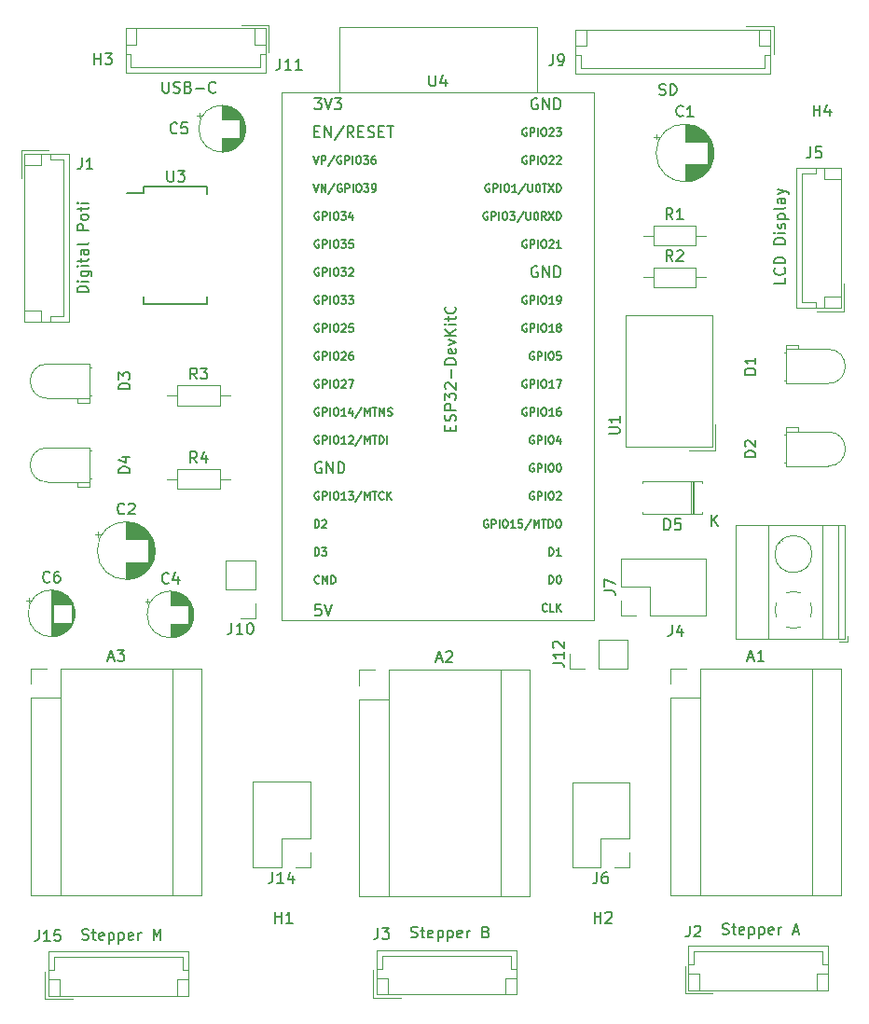
<source format=gbr>
%TF.GenerationSoftware,KiCad,Pcbnew,(6.0.5)*%
%TF.CreationDate,2023-01-24T10:12:54+01:00*%
%TF.ProjectId,Zeichenmaschine,5a656963-6865-46e6-9d61-736368696e65,rev?*%
%TF.SameCoordinates,Original*%
%TF.FileFunction,Legend,Top*%
%TF.FilePolarity,Positive*%
%FSLAX46Y46*%
G04 Gerber Fmt 4.6, Leading zero omitted, Abs format (unit mm)*
G04 Created by KiCad (PCBNEW (6.0.5)) date 2023-01-24 10:12:54*
%MOMM*%
%LPD*%
G01*
G04 APERTURE LIST*
%ADD10C,0.150000*%
%ADD11C,0.120000*%
G04 APERTURE END LIST*
D10*
X138319047Y-56252380D02*
X138319047Y-57061904D01*
X138366666Y-57157142D01*
X138414285Y-57204761D01*
X138509523Y-57252380D01*
X138700000Y-57252380D01*
X138795238Y-57204761D01*
X138842857Y-57157142D01*
X138890476Y-57061904D01*
X138890476Y-56252380D01*
X139319047Y-57204761D02*
X139461904Y-57252380D01*
X139700000Y-57252380D01*
X139795238Y-57204761D01*
X139842857Y-57157142D01*
X139890476Y-57061904D01*
X139890476Y-56966666D01*
X139842857Y-56871428D01*
X139795238Y-56823809D01*
X139700000Y-56776190D01*
X139509523Y-56728571D01*
X139414285Y-56680952D01*
X139366666Y-56633333D01*
X139319047Y-56538095D01*
X139319047Y-56442857D01*
X139366666Y-56347619D01*
X139414285Y-56300000D01*
X139509523Y-56252380D01*
X139747619Y-56252380D01*
X139890476Y-56300000D01*
X140652380Y-56728571D02*
X140795238Y-56776190D01*
X140842857Y-56823809D01*
X140890476Y-56919047D01*
X140890476Y-57061904D01*
X140842857Y-57157142D01*
X140795238Y-57204761D01*
X140700000Y-57252380D01*
X140319047Y-57252380D01*
X140319047Y-56252380D01*
X140652380Y-56252380D01*
X140747619Y-56300000D01*
X140795238Y-56347619D01*
X140842857Y-56442857D01*
X140842857Y-56538095D01*
X140795238Y-56633333D01*
X140747619Y-56680952D01*
X140652380Y-56728571D01*
X140319047Y-56728571D01*
X141319047Y-56871428D02*
X142080952Y-56871428D01*
X143128571Y-57157142D02*
X143080952Y-57204761D01*
X142938095Y-57252380D01*
X142842857Y-57252380D01*
X142700000Y-57204761D01*
X142604761Y-57109523D01*
X142557142Y-57014285D01*
X142509523Y-56823809D01*
X142509523Y-56680952D01*
X142557142Y-56490476D01*
X142604761Y-56395238D01*
X142700000Y-56300000D01*
X142842857Y-56252380D01*
X142938095Y-56252380D01*
X143080952Y-56300000D01*
X143128571Y-56347619D01*
X183414285Y-57404761D02*
X183557142Y-57452380D01*
X183795238Y-57452380D01*
X183890476Y-57404761D01*
X183938095Y-57357142D01*
X183985714Y-57261904D01*
X183985714Y-57166666D01*
X183938095Y-57071428D01*
X183890476Y-57023809D01*
X183795238Y-56976190D01*
X183604761Y-56928571D01*
X183509523Y-56880952D01*
X183461904Y-56833333D01*
X183414285Y-56738095D01*
X183414285Y-56642857D01*
X183461904Y-56547619D01*
X183509523Y-56500000D01*
X183604761Y-56452380D01*
X183842857Y-56452380D01*
X183985714Y-56500000D01*
X184414285Y-57452380D02*
X184414285Y-56452380D01*
X184652380Y-56452380D01*
X184795238Y-56500000D01*
X184890476Y-56595238D01*
X184938095Y-56690476D01*
X184985714Y-56880952D01*
X184985714Y-57023809D01*
X184938095Y-57214285D01*
X184890476Y-57309523D01*
X184795238Y-57404761D01*
X184652380Y-57452380D01*
X184414285Y-57452380D01*
X194852380Y-74061904D02*
X194852380Y-74538095D01*
X193852380Y-74538095D01*
X194757142Y-73157142D02*
X194804761Y-73204761D01*
X194852380Y-73347619D01*
X194852380Y-73442857D01*
X194804761Y-73585714D01*
X194709523Y-73680952D01*
X194614285Y-73728571D01*
X194423809Y-73776190D01*
X194280952Y-73776190D01*
X194090476Y-73728571D01*
X193995238Y-73680952D01*
X193900000Y-73585714D01*
X193852380Y-73442857D01*
X193852380Y-73347619D01*
X193900000Y-73204761D01*
X193947619Y-73157142D01*
X194852380Y-72728571D02*
X193852380Y-72728571D01*
X193852380Y-72490476D01*
X193900000Y-72347619D01*
X193995238Y-72252380D01*
X194090476Y-72204761D01*
X194280952Y-72157142D01*
X194423809Y-72157142D01*
X194614285Y-72204761D01*
X194709523Y-72252380D01*
X194804761Y-72347619D01*
X194852380Y-72490476D01*
X194852380Y-72728571D01*
X194852380Y-70966666D02*
X193852380Y-70966666D01*
X193852380Y-70728571D01*
X193900000Y-70585714D01*
X193995238Y-70490476D01*
X194090476Y-70442857D01*
X194280952Y-70395238D01*
X194423809Y-70395238D01*
X194614285Y-70442857D01*
X194709523Y-70490476D01*
X194804761Y-70585714D01*
X194852380Y-70728571D01*
X194852380Y-70966666D01*
X194852380Y-69966666D02*
X194185714Y-69966666D01*
X193852380Y-69966666D02*
X193900000Y-70014285D01*
X193947619Y-69966666D01*
X193900000Y-69919047D01*
X193852380Y-69966666D01*
X193947619Y-69966666D01*
X194804761Y-69538095D02*
X194852380Y-69442857D01*
X194852380Y-69252380D01*
X194804761Y-69157142D01*
X194709523Y-69109523D01*
X194661904Y-69109523D01*
X194566666Y-69157142D01*
X194519047Y-69252380D01*
X194519047Y-69395238D01*
X194471428Y-69490476D01*
X194376190Y-69538095D01*
X194328571Y-69538095D01*
X194233333Y-69490476D01*
X194185714Y-69395238D01*
X194185714Y-69252380D01*
X194233333Y-69157142D01*
X194185714Y-68680952D02*
X195185714Y-68680952D01*
X194233333Y-68680952D02*
X194185714Y-68585714D01*
X194185714Y-68395238D01*
X194233333Y-68300000D01*
X194280952Y-68252380D01*
X194376190Y-68204761D01*
X194661904Y-68204761D01*
X194757142Y-68252380D01*
X194804761Y-68300000D01*
X194852380Y-68395238D01*
X194852380Y-68585714D01*
X194804761Y-68680952D01*
X194852380Y-67633333D02*
X194804761Y-67728571D01*
X194709523Y-67776190D01*
X193852380Y-67776190D01*
X194852380Y-66823809D02*
X194328571Y-66823809D01*
X194233333Y-66871428D01*
X194185714Y-66966666D01*
X194185714Y-67157142D01*
X194233333Y-67252380D01*
X194804761Y-66823809D02*
X194852380Y-66919047D01*
X194852380Y-67157142D01*
X194804761Y-67252380D01*
X194709523Y-67300000D01*
X194614285Y-67300000D01*
X194519047Y-67252380D01*
X194471428Y-67157142D01*
X194471428Y-66919047D01*
X194423809Y-66823809D01*
X194185714Y-66442857D02*
X194852380Y-66204761D01*
X194185714Y-65966666D02*
X194852380Y-66204761D01*
X195090476Y-66300000D01*
X195138095Y-66347619D01*
X195185714Y-66442857D01*
X131552380Y-75347619D02*
X130552380Y-75347619D01*
X130552380Y-75109523D01*
X130600000Y-74966666D01*
X130695238Y-74871428D01*
X130790476Y-74823809D01*
X130980952Y-74776190D01*
X131123809Y-74776190D01*
X131314285Y-74823809D01*
X131409523Y-74871428D01*
X131504761Y-74966666D01*
X131552380Y-75109523D01*
X131552380Y-75347619D01*
X131552380Y-74347619D02*
X130885714Y-74347619D01*
X130552380Y-74347619D02*
X130600000Y-74395238D01*
X130647619Y-74347619D01*
X130600000Y-74300000D01*
X130552380Y-74347619D01*
X130647619Y-74347619D01*
X130885714Y-73442857D02*
X131695238Y-73442857D01*
X131790476Y-73490476D01*
X131838095Y-73538095D01*
X131885714Y-73633333D01*
X131885714Y-73776190D01*
X131838095Y-73871428D01*
X131504761Y-73442857D02*
X131552380Y-73538095D01*
X131552380Y-73728571D01*
X131504761Y-73823809D01*
X131457142Y-73871428D01*
X131361904Y-73919047D01*
X131076190Y-73919047D01*
X130980952Y-73871428D01*
X130933333Y-73823809D01*
X130885714Y-73728571D01*
X130885714Y-73538095D01*
X130933333Y-73442857D01*
X131552380Y-72966666D02*
X130885714Y-72966666D01*
X130552380Y-72966666D02*
X130600000Y-73014285D01*
X130647619Y-72966666D01*
X130600000Y-72919047D01*
X130552380Y-72966666D01*
X130647619Y-72966666D01*
X130885714Y-72633333D02*
X130885714Y-72252380D01*
X130552380Y-72490476D02*
X131409523Y-72490476D01*
X131504761Y-72442857D01*
X131552380Y-72347619D01*
X131552380Y-72252380D01*
X131552380Y-71490476D02*
X131028571Y-71490476D01*
X130933333Y-71538095D01*
X130885714Y-71633333D01*
X130885714Y-71823809D01*
X130933333Y-71919047D01*
X131504761Y-71490476D02*
X131552380Y-71585714D01*
X131552380Y-71823809D01*
X131504761Y-71919047D01*
X131409523Y-71966666D01*
X131314285Y-71966666D01*
X131219047Y-71919047D01*
X131171428Y-71823809D01*
X131171428Y-71585714D01*
X131123809Y-71490476D01*
X131552380Y-70871428D02*
X131504761Y-70966666D01*
X131409523Y-71014285D01*
X130552380Y-71014285D01*
X131552380Y-69728571D02*
X130552380Y-69728571D01*
X130552380Y-69347619D01*
X130600000Y-69252380D01*
X130647619Y-69204761D01*
X130742857Y-69157142D01*
X130885714Y-69157142D01*
X130980952Y-69204761D01*
X131028571Y-69252380D01*
X131076190Y-69347619D01*
X131076190Y-69728571D01*
X131552380Y-68585714D02*
X131504761Y-68680952D01*
X131457142Y-68728571D01*
X131361904Y-68776190D01*
X131076190Y-68776190D01*
X130980952Y-68728571D01*
X130933333Y-68680952D01*
X130885714Y-68585714D01*
X130885714Y-68442857D01*
X130933333Y-68347619D01*
X130980952Y-68300000D01*
X131076190Y-68252380D01*
X131361904Y-68252380D01*
X131457142Y-68300000D01*
X131504761Y-68347619D01*
X131552380Y-68442857D01*
X131552380Y-68585714D01*
X130885714Y-67966666D02*
X130885714Y-67585714D01*
X130552380Y-67823809D02*
X131409523Y-67823809D01*
X131504761Y-67776190D01*
X131552380Y-67680952D01*
X131552380Y-67585714D01*
X131552380Y-67252380D02*
X130885714Y-67252380D01*
X130552380Y-67252380D02*
X130600000Y-67300000D01*
X130647619Y-67252380D01*
X130600000Y-67204761D01*
X130552380Y-67252380D01*
X130647619Y-67252380D01*
X160876190Y-133904761D02*
X161019047Y-133952380D01*
X161257142Y-133952380D01*
X161352380Y-133904761D01*
X161400000Y-133857142D01*
X161447619Y-133761904D01*
X161447619Y-133666666D01*
X161400000Y-133571428D01*
X161352380Y-133523809D01*
X161257142Y-133476190D01*
X161066666Y-133428571D01*
X160971428Y-133380952D01*
X160923809Y-133333333D01*
X160876190Y-133238095D01*
X160876190Y-133142857D01*
X160923809Y-133047619D01*
X160971428Y-133000000D01*
X161066666Y-132952380D01*
X161304761Y-132952380D01*
X161447619Y-133000000D01*
X161733333Y-133285714D02*
X162114285Y-133285714D01*
X161876190Y-132952380D02*
X161876190Y-133809523D01*
X161923809Y-133904761D01*
X162019047Y-133952380D01*
X162114285Y-133952380D01*
X162828571Y-133904761D02*
X162733333Y-133952380D01*
X162542857Y-133952380D01*
X162447619Y-133904761D01*
X162400000Y-133809523D01*
X162400000Y-133428571D01*
X162447619Y-133333333D01*
X162542857Y-133285714D01*
X162733333Y-133285714D01*
X162828571Y-133333333D01*
X162876190Y-133428571D01*
X162876190Y-133523809D01*
X162400000Y-133619047D01*
X163304761Y-133285714D02*
X163304761Y-134285714D01*
X163304761Y-133333333D02*
X163400000Y-133285714D01*
X163590476Y-133285714D01*
X163685714Y-133333333D01*
X163733333Y-133380952D01*
X163780952Y-133476190D01*
X163780952Y-133761904D01*
X163733333Y-133857142D01*
X163685714Y-133904761D01*
X163590476Y-133952380D01*
X163400000Y-133952380D01*
X163304761Y-133904761D01*
X164209523Y-133285714D02*
X164209523Y-134285714D01*
X164209523Y-133333333D02*
X164304761Y-133285714D01*
X164495238Y-133285714D01*
X164590476Y-133333333D01*
X164638095Y-133380952D01*
X164685714Y-133476190D01*
X164685714Y-133761904D01*
X164638095Y-133857142D01*
X164590476Y-133904761D01*
X164495238Y-133952380D01*
X164304761Y-133952380D01*
X164209523Y-133904761D01*
X165495238Y-133904761D02*
X165400000Y-133952380D01*
X165209523Y-133952380D01*
X165114285Y-133904761D01*
X165066666Y-133809523D01*
X165066666Y-133428571D01*
X165114285Y-133333333D01*
X165209523Y-133285714D01*
X165400000Y-133285714D01*
X165495238Y-133333333D01*
X165542857Y-133428571D01*
X165542857Y-133523809D01*
X165066666Y-133619047D01*
X165971428Y-133952380D02*
X165971428Y-133285714D01*
X165971428Y-133476190D02*
X166019047Y-133380952D01*
X166066666Y-133333333D01*
X166161904Y-133285714D01*
X166257142Y-133285714D01*
X167685714Y-133428571D02*
X167828571Y-133476190D01*
X167876190Y-133523809D01*
X167923809Y-133619047D01*
X167923809Y-133761904D01*
X167876190Y-133857142D01*
X167828571Y-133904761D01*
X167733333Y-133952380D01*
X167352380Y-133952380D01*
X167352380Y-132952380D01*
X167685714Y-132952380D01*
X167780952Y-133000000D01*
X167828571Y-133047619D01*
X167876190Y-133142857D01*
X167876190Y-133238095D01*
X167828571Y-133333333D01*
X167780952Y-133380952D01*
X167685714Y-133428571D01*
X167352380Y-133428571D01*
X131004761Y-134104761D02*
X131147619Y-134152380D01*
X131385714Y-134152380D01*
X131480952Y-134104761D01*
X131528571Y-134057142D01*
X131576190Y-133961904D01*
X131576190Y-133866666D01*
X131528571Y-133771428D01*
X131480952Y-133723809D01*
X131385714Y-133676190D01*
X131195238Y-133628571D01*
X131100000Y-133580952D01*
X131052380Y-133533333D01*
X131004761Y-133438095D01*
X131004761Y-133342857D01*
X131052380Y-133247619D01*
X131100000Y-133200000D01*
X131195238Y-133152380D01*
X131433333Y-133152380D01*
X131576190Y-133200000D01*
X131861904Y-133485714D02*
X132242857Y-133485714D01*
X132004761Y-133152380D02*
X132004761Y-134009523D01*
X132052380Y-134104761D01*
X132147619Y-134152380D01*
X132242857Y-134152380D01*
X132957142Y-134104761D02*
X132861904Y-134152380D01*
X132671428Y-134152380D01*
X132576190Y-134104761D01*
X132528571Y-134009523D01*
X132528571Y-133628571D01*
X132576190Y-133533333D01*
X132671428Y-133485714D01*
X132861904Y-133485714D01*
X132957142Y-133533333D01*
X133004761Y-133628571D01*
X133004761Y-133723809D01*
X132528571Y-133819047D01*
X133433333Y-133485714D02*
X133433333Y-134485714D01*
X133433333Y-133533333D02*
X133528571Y-133485714D01*
X133719047Y-133485714D01*
X133814285Y-133533333D01*
X133861904Y-133580952D01*
X133909523Y-133676190D01*
X133909523Y-133961904D01*
X133861904Y-134057142D01*
X133814285Y-134104761D01*
X133719047Y-134152380D01*
X133528571Y-134152380D01*
X133433333Y-134104761D01*
X134338095Y-133485714D02*
X134338095Y-134485714D01*
X134338095Y-133533333D02*
X134433333Y-133485714D01*
X134623809Y-133485714D01*
X134719047Y-133533333D01*
X134766666Y-133580952D01*
X134814285Y-133676190D01*
X134814285Y-133961904D01*
X134766666Y-134057142D01*
X134719047Y-134104761D01*
X134623809Y-134152380D01*
X134433333Y-134152380D01*
X134338095Y-134104761D01*
X135623809Y-134104761D02*
X135528571Y-134152380D01*
X135338095Y-134152380D01*
X135242857Y-134104761D01*
X135195238Y-134009523D01*
X135195238Y-133628571D01*
X135242857Y-133533333D01*
X135338095Y-133485714D01*
X135528571Y-133485714D01*
X135623809Y-133533333D01*
X135671428Y-133628571D01*
X135671428Y-133723809D01*
X135195238Y-133819047D01*
X136100000Y-134152380D02*
X136100000Y-133485714D01*
X136100000Y-133676190D02*
X136147619Y-133580952D01*
X136195238Y-133533333D01*
X136290476Y-133485714D01*
X136385714Y-133485714D01*
X137480952Y-134152380D02*
X137480952Y-133152380D01*
X137814285Y-133866666D01*
X138147619Y-133152380D01*
X138147619Y-134152380D01*
X189147619Y-133604761D02*
X189290476Y-133652380D01*
X189528571Y-133652380D01*
X189623809Y-133604761D01*
X189671428Y-133557142D01*
X189719047Y-133461904D01*
X189719047Y-133366666D01*
X189671428Y-133271428D01*
X189623809Y-133223809D01*
X189528571Y-133176190D01*
X189338095Y-133128571D01*
X189242857Y-133080952D01*
X189195238Y-133033333D01*
X189147619Y-132938095D01*
X189147619Y-132842857D01*
X189195238Y-132747619D01*
X189242857Y-132700000D01*
X189338095Y-132652380D01*
X189576190Y-132652380D01*
X189719047Y-132700000D01*
X190004761Y-132985714D02*
X190385714Y-132985714D01*
X190147619Y-132652380D02*
X190147619Y-133509523D01*
X190195238Y-133604761D01*
X190290476Y-133652380D01*
X190385714Y-133652380D01*
X191100000Y-133604761D02*
X191004761Y-133652380D01*
X190814285Y-133652380D01*
X190719047Y-133604761D01*
X190671428Y-133509523D01*
X190671428Y-133128571D01*
X190719047Y-133033333D01*
X190814285Y-132985714D01*
X191004761Y-132985714D01*
X191100000Y-133033333D01*
X191147619Y-133128571D01*
X191147619Y-133223809D01*
X190671428Y-133319047D01*
X191576190Y-132985714D02*
X191576190Y-133985714D01*
X191576190Y-133033333D02*
X191671428Y-132985714D01*
X191861904Y-132985714D01*
X191957142Y-133033333D01*
X192004761Y-133080952D01*
X192052380Y-133176190D01*
X192052380Y-133461904D01*
X192004761Y-133557142D01*
X191957142Y-133604761D01*
X191861904Y-133652380D01*
X191671428Y-133652380D01*
X191576190Y-133604761D01*
X192480952Y-132985714D02*
X192480952Y-133985714D01*
X192480952Y-133033333D02*
X192576190Y-132985714D01*
X192766666Y-132985714D01*
X192861904Y-133033333D01*
X192909523Y-133080952D01*
X192957142Y-133176190D01*
X192957142Y-133461904D01*
X192909523Y-133557142D01*
X192861904Y-133604761D01*
X192766666Y-133652380D01*
X192576190Y-133652380D01*
X192480952Y-133604761D01*
X193766666Y-133604761D02*
X193671428Y-133652380D01*
X193480952Y-133652380D01*
X193385714Y-133604761D01*
X193338095Y-133509523D01*
X193338095Y-133128571D01*
X193385714Y-133033333D01*
X193480952Y-132985714D01*
X193671428Y-132985714D01*
X193766666Y-133033333D01*
X193814285Y-133128571D01*
X193814285Y-133223809D01*
X193338095Y-133319047D01*
X194242857Y-133652380D02*
X194242857Y-132985714D01*
X194242857Y-133176190D02*
X194290476Y-133080952D01*
X194338095Y-133033333D01*
X194433333Y-132985714D01*
X194528571Y-132985714D01*
X195576190Y-133366666D02*
X196052380Y-133366666D01*
X195480952Y-133652380D02*
X195814285Y-132652380D01*
X196147619Y-133652380D01*
%TO.C,J14*%
X148295476Y-127992380D02*
X148295476Y-128706666D01*
X148247857Y-128849523D01*
X148152619Y-128944761D01*
X148009761Y-128992380D01*
X147914523Y-128992380D01*
X149295476Y-128992380D02*
X148724047Y-128992380D01*
X149009761Y-128992380D02*
X149009761Y-127992380D01*
X148914523Y-128135238D01*
X148819285Y-128230476D01*
X148724047Y-128278095D01*
X150152619Y-128325714D02*
X150152619Y-128992380D01*
X149914523Y-127944761D02*
X149676428Y-128659047D01*
X150295476Y-128659047D01*
%TO.C,J12*%
X173747380Y-109009523D02*
X174461666Y-109009523D01*
X174604523Y-109057142D01*
X174699761Y-109152380D01*
X174747380Y-109295238D01*
X174747380Y-109390476D01*
X174747380Y-108009523D02*
X174747380Y-108580952D01*
X174747380Y-108295238D02*
X173747380Y-108295238D01*
X173890238Y-108390476D01*
X173985476Y-108485714D01*
X174033095Y-108580952D01*
X173842619Y-107628571D02*
X173795000Y-107580952D01*
X173747380Y-107485714D01*
X173747380Y-107247619D01*
X173795000Y-107152380D01*
X173842619Y-107104761D01*
X173937857Y-107057142D01*
X174033095Y-107057142D01*
X174175952Y-107104761D01*
X174747380Y-107676190D01*
X174747380Y-107057142D01*
%TO.C,C5*%
X139633333Y-60857142D02*
X139585714Y-60904761D01*
X139442857Y-60952380D01*
X139347619Y-60952380D01*
X139204761Y-60904761D01*
X139109523Y-60809523D01*
X139061904Y-60714285D01*
X139014285Y-60523809D01*
X139014285Y-60380952D01*
X139061904Y-60190476D01*
X139109523Y-60095238D01*
X139204761Y-60000000D01*
X139347619Y-59952380D01*
X139442857Y-59952380D01*
X139585714Y-60000000D01*
X139633333Y-60047619D01*
X140538095Y-59952380D02*
X140061904Y-59952380D01*
X140014285Y-60428571D01*
X140061904Y-60380952D01*
X140157142Y-60333333D01*
X140395238Y-60333333D01*
X140490476Y-60380952D01*
X140538095Y-60428571D01*
X140585714Y-60523809D01*
X140585714Y-60761904D01*
X140538095Y-60857142D01*
X140490476Y-60904761D01*
X140395238Y-60952380D01*
X140157142Y-60952380D01*
X140061904Y-60904761D01*
X140014285Y-60857142D01*
%TO.C,H4*%
X197438095Y-59352380D02*
X197438095Y-58352380D01*
X197438095Y-58828571D02*
X198009523Y-58828571D01*
X198009523Y-59352380D02*
X198009523Y-58352380D01*
X198914285Y-58685714D02*
X198914285Y-59352380D01*
X198676190Y-58304761D02*
X198438095Y-59019047D01*
X199057142Y-59019047D01*
%TO.C,J6*%
X177771666Y-128007380D02*
X177771666Y-128721666D01*
X177724047Y-128864523D01*
X177628809Y-128959761D01*
X177485952Y-129007380D01*
X177390714Y-129007380D01*
X178676428Y-128007380D02*
X178485952Y-128007380D01*
X178390714Y-128055000D01*
X178343095Y-128102619D01*
X178247857Y-128245476D01*
X178200238Y-128435952D01*
X178200238Y-128816904D01*
X178247857Y-128912142D01*
X178295476Y-128959761D01*
X178390714Y-129007380D01*
X178581190Y-129007380D01*
X178676428Y-128959761D01*
X178724047Y-128912142D01*
X178771666Y-128816904D01*
X178771666Y-128578809D01*
X178724047Y-128483571D01*
X178676428Y-128435952D01*
X178581190Y-128388333D01*
X178390714Y-128388333D01*
X178295476Y-128435952D01*
X178247857Y-128483571D01*
X178200238Y-128578809D01*
%TO.C,J3*%
X157866666Y-133052380D02*
X157866666Y-133766666D01*
X157819047Y-133909523D01*
X157723809Y-134004761D01*
X157580952Y-134052380D01*
X157485714Y-134052380D01*
X158247619Y-133052380D02*
X158866666Y-133052380D01*
X158533333Y-133433333D01*
X158676190Y-133433333D01*
X158771428Y-133480952D01*
X158819047Y-133528571D01*
X158866666Y-133623809D01*
X158866666Y-133861904D01*
X158819047Y-133957142D01*
X158771428Y-134004761D01*
X158676190Y-134052380D01*
X158390476Y-134052380D01*
X158295238Y-134004761D01*
X158247619Y-133957142D01*
%TO.C,R3*%
X141433333Y-83232380D02*
X141100000Y-82756190D01*
X140861904Y-83232380D02*
X140861904Y-82232380D01*
X141242857Y-82232380D01*
X141338095Y-82280000D01*
X141385714Y-82327619D01*
X141433333Y-82422857D01*
X141433333Y-82565714D01*
X141385714Y-82660952D01*
X141338095Y-82708571D01*
X141242857Y-82756190D01*
X140861904Y-82756190D01*
X141766666Y-82232380D02*
X142385714Y-82232380D01*
X142052380Y-82613333D01*
X142195238Y-82613333D01*
X142290476Y-82660952D01*
X142338095Y-82708571D01*
X142385714Y-82803809D01*
X142385714Y-83041904D01*
X142338095Y-83137142D01*
X142290476Y-83184761D01*
X142195238Y-83232380D01*
X141909523Y-83232380D01*
X141814285Y-83184761D01*
X141766666Y-83137142D01*
%TO.C,R2*%
X184633333Y-72532380D02*
X184300000Y-72056190D01*
X184061904Y-72532380D02*
X184061904Y-71532380D01*
X184442857Y-71532380D01*
X184538095Y-71580000D01*
X184585714Y-71627619D01*
X184633333Y-71722857D01*
X184633333Y-71865714D01*
X184585714Y-71960952D01*
X184538095Y-72008571D01*
X184442857Y-72056190D01*
X184061904Y-72056190D01*
X185014285Y-71627619D02*
X185061904Y-71580000D01*
X185157142Y-71532380D01*
X185395238Y-71532380D01*
X185490476Y-71580000D01*
X185538095Y-71627619D01*
X185585714Y-71722857D01*
X185585714Y-71818095D01*
X185538095Y-71960952D01*
X184966666Y-72532380D01*
X185585714Y-72532380D01*
%TO.C,H1*%
X148538095Y-132602380D02*
X148538095Y-131602380D01*
X148538095Y-132078571D02*
X149109523Y-132078571D01*
X149109523Y-132602380D02*
X149109523Y-131602380D01*
X150109523Y-132602380D02*
X149538095Y-132602380D01*
X149823809Y-132602380D02*
X149823809Y-131602380D01*
X149728571Y-131745238D01*
X149633333Y-131840476D01*
X149538095Y-131888095D01*
%TO.C,H2*%
X177538095Y-132602380D02*
X177538095Y-131602380D01*
X177538095Y-132078571D02*
X178109523Y-132078571D01*
X178109523Y-132602380D02*
X178109523Y-131602380D01*
X178538095Y-131697619D02*
X178585714Y-131650000D01*
X178680952Y-131602380D01*
X178919047Y-131602380D01*
X179014285Y-131650000D01*
X179061904Y-131697619D01*
X179109523Y-131792857D01*
X179109523Y-131888095D01*
X179061904Y-132030952D01*
X178490476Y-132602380D01*
X179109523Y-132602380D01*
%TO.C,U1*%
X178824880Y-88194404D02*
X179634404Y-88194404D01*
X179729642Y-88146785D01*
X179777261Y-88099166D01*
X179824880Y-88003928D01*
X179824880Y-87813452D01*
X179777261Y-87718214D01*
X179729642Y-87670595D01*
X179634404Y-87622976D01*
X178824880Y-87622976D01*
X179824880Y-86622976D02*
X179824880Y-87194404D01*
X179824880Y-86908690D02*
X178824880Y-86908690D01*
X178967738Y-87003928D01*
X179062976Y-87099166D01*
X179110595Y-87194404D01*
%TO.C,J10*%
X144590476Y-105382380D02*
X144590476Y-106096666D01*
X144542857Y-106239523D01*
X144447619Y-106334761D01*
X144304761Y-106382380D01*
X144209523Y-106382380D01*
X145590476Y-106382380D02*
X145019047Y-106382380D01*
X145304761Y-106382380D02*
X145304761Y-105382380D01*
X145209523Y-105525238D01*
X145114285Y-105620476D01*
X145019047Y-105668095D01*
X146209523Y-105382380D02*
X146304761Y-105382380D01*
X146400000Y-105430000D01*
X146447619Y-105477619D01*
X146495238Y-105572857D01*
X146542857Y-105763333D01*
X146542857Y-106001428D01*
X146495238Y-106191904D01*
X146447619Y-106287142D01*
X146400000Y-106334761D01*
X146304761Y-106382380D01*
X146209523Y-106382380D01*
X146114285Y-106334761D01*
X146066666Y-106287142D01*
X146019047Y-106191904D01*
X145971428Y-106001428D01*
X145971428Y-105763333D01*
X146019047Y-105572857D01*
X146066666Y-105477619D01*
X146114285Y-105430000D01*
X146209523Y-105382380D01*
%TO.C,A2*%
X163195714Y-108636666D02*
X163671904Y-108636666D01*
X163100476Y-108922380D02*
X163433809Y-107922380D01*
X163767142Y-108922380D01*
X164052857Y-108017619D02*
X164100476Y-107970000D01*
X164195714Y-107922380D01*
X164433809Y-107922380D01*
X164529047Y-107970000D01*
X164576666Y-108017619D01*
X164624285Y-108112857D01*
X164624285Y-108208095D01*
X164576666Y-108350952D01*
X164005238Y-108922380D01*
X164624285Y-108922380D01*
%TO.C,J1*%
X130966666Y-63152380D02*
X130966666Y-63866666D01*
X130919047Y-64009523D01*
X130823809Y-64104761D01*
X130680952Y-64152380D01*
X130585714Y-64152380D01*
X131966666Y-64152380D02*
X131395238Y-64152380D01*
X131680952Y-64152380D02*
X131680952Y-63152380D01*
X131585714Y-63295238D01*
X131490476Y-63390476D01*
X131395238Y-63438095D01*
%TO.C,A3*%
X133395714Y-108536666D02*
X133871904Y-108536666D01*
X133300476Y-108822380D02*
X133633809Y-107822380D01*
X133967142Y-108822380D01*
X134205238Y-107822380D02*
X134824285Y-107822380D01*
X134490952Y-108203333D01*
X134633809Y-108203333D01*
X134729047Y-108250952D01*
X134776666Y-108298571D01*
X134824285Y-108393809D01*
X134824285Y-108631904D01*
X134776666Y-108727142D01*
X134729047Y-108774761D01*
X134633809Y-108822380D01*
X134348095Y-108822380D01*
X134252857Y-108774761D01*
X134205238Y-108727142D01*
%TO.C,J11*%
X148990476Y-54152380D02*
X148990476Y-54866666D01*
X148942857Y-55009523D01*
X148847619Y-55104761D01*
X148704761Y-55152380D01*
X148609523Y-55152380D01*
X149990476Y-55152380D02*
X149419047Y-55152380D01*
X149704761Y-55152380D02*
X149704761Y-54152380D01*
X149609523Y-54295238D01*
X149514285Y-54390476D01*
X149419047Y-54438095D01*
X150942857Y-55152380D02*
X150371428Y-55152380D01*
X150657142Y-55152380D02*
X150657142Y-54152380D01*
X150561904Y-54295238D01*
X150466666Y-54390476D01*
X150371428Y-54438095D01*
%TO.C,U4*%
X162538095Y-55648940D02*
X162538095Y-56458464D01*
X162585714Y-56553702D01*
X162633333Y-56601321D01*
X162728571Y-56648940D01*
X162919047Y-56648940D01*
X163014285Y-56601321D01*
X163061904Y-56553702D01*
X163109523Y-56458464D01*
X163109523Y-55648940D01*
X164014285Y-55982274D02*
X164014285Y-56648940D01*
X163776190Y-55601321D02*
X163538095Y-56315607D01*
X164157142Y-56315607D01*
X164428571Y-87895238D02*
X164428571Y-87561904D01*
X164952380Y-87419047D02*
X164952380Y-87895238D01*
X163952380Y-87895238D01*
X163952380Y-87419047D01*
X164904761Y-87038095D02*
X164952380Y-86895238D01*
X164952380Y-86657142D01*
X164904761Y-86561904D01*
X164857142Y-86514285D01*
X164761904Y-86466666D01*
X164666666Y-86466666D01*
X164571428Y-86514285D01*
X164523809Y-86561904D01*
X164476190Y-86657142D01*
X164428571Y-86847619D01*
X164380952Y-86942857D01*
X164333333Y-86990476D01*
X164238095Y-87038095D01*
X164142857Y-87038095D01*
X164047619Y-86990476D01*
X164000000Y-86942857D01*
X163952380Y-86847619D01*
X163952380Y-86609523D01*
X164000000Y-86466666D01*
X164952380Y-86038095D02*
X163952380Y-86038095D01*
X163952380Y-85657142D01*
X164000000Y-85561904D01*
X164047619Y-85514285D01*
X164142857Y-85466666D01*
X164285714Y-85466666D01*
X164380952Y-85514285D01*
X164428571Y-85561904D01*
X164476190Y-85657142D01*
X164476190Y-86038095D01*
X163952380Y-85133333D02*
X163952380Y-84514285D01*
X164333333Y-84847619D01*
X164333333Y-84704761D01*
X164380952Y-84609523D01*
X164428571Y-84561904D01*
X164523809Y-84514285D01*
X164761904Y-84514285D01*
X164857142Y-84561904D01*
X164904761Y-84609523D01*
X164952380Y-84704761D01*
X164952380Y-84990476D01*
X164904761Y-85085714D01*
X164857142Y-85133333D01*
X164047619Y-84133333D02*
X164000000Y-84085714D01*
X163952380Y-83990476D01*
X163952380Y-83752380D01*
X164000000Y-83657142D01*
X164047619Y-83609523D01*
X164142857Y-83561904D01*
X164238095Y-83561904D01*
X164380952Y-83609523D01*
X164952380Y-84180952D01*
X164952380Y-83561904D01*
X164571428Y-83133333D02*
X164571428Y-82371428D01*
X164952380Y-81895238D02*
X163952380Y-81895238D01*
X163952380Y-81657142D01*
X164000000Y-81514285D01*
X164095238Y-81419047D01*
X164190476Y-81371428D01*
X164380952Y-81323809D01*
X164523809Y-81323809D01*
X164714285Y-81371428D01*
X164809523Y-81419047D01*
X164904761Y-81514285D01*
X164952380Y-81657142D01*
X164952380Y-81895238D01*
X164904761Y-80514285D02*
X164952380Y-80609523D01*
X164952380Y-80800000D01*
X164904761Y-80895238D01*
X164809523Y-80942857D01*
X164428571Y-80942857D01*
X164333333Y-80895238D01*
X164285714Y-80800000D01*
X164285714Y-80609523D01*
X164333333Y-80514285D01*
X164428571Y-80466666D01*
X164523809Y-80466666D01*
X164619047Y-80942857D01*
X164285714Y-80133333D02*
X164952380Y-79895238D01*
X164285714Y-79657142D01*
X164952380Y-79276190D02*
X163952380Y-79276190D01*
X164952380Y-78704761D02*
X164380952Y-79133333D01*
X163952380Y-78704761D02*
X164523809Y-79276190D01*
X164952380Y-78276190D02*
X164285714Y-78276190D01*
X163952380Y-78276190D02*
X164000000Y-78323809D01*
X164047619Y-78276190D01*
X164000000Y-78228571D01*
X163952380Y-78276190D01*
X164047619Y-78276190D01*
X164285714Y-77942857D02*
X164285714Y-77561904D01*
X163952380Y-77800000D02*
X164809523Y-77800000D01*
X164904761Y-77752380D01*
X164952380Y-77657142D01*
X164952380Y-77561904D01*
X164857142Y-76657142D02*
X164904761Y-76704761D01*
X164952380Y-76847619D01*
X164952380Y-76942857D01*
X164904761Y-77085714D01*
X164809523Y-77180952D01*
X164714285Y-77228571D01*
X164523809Y-77276190D01*
X164380952Y-77276190D01*
X164190476Y-77228571D01*
X164095238Y-77180952D01*
X164000000Y-77085714D01*
X163952380Y-76942857D01*
X163952380Y-76847619D01*
X164000000Y-76704761D01*
X164047619Y-76657142D01*
X173232500Y-104266560D02*
X173199166Y-104299893D01*
X173099166Y-104333226D01*
X173032500Y-104333226D01*
X172932500Y-104299893D01*
X172865833Y-104233226D01*
X172832500Y-104166560D01*
X172799166Y-104033226D01*
X172799166Y-103933226D01*
X172832500Y-103799893D01*
X172865833Y-103733226D01*
X172932500Y-103666560D01*
X173032500Y-103633226D01*
X173099166Y-103633226D01*
X173199166Y-103666560D01*
X173232500Y-103699893D01*
X173865833Y-104333226D02*
X173532500Y-104333226D01*
X173532500Y-103633226D01*
X174099166Y-104333226D02*
X174099166Y-103633226D01*
X174499166Y-104333226D02*
X174199166Y-103933226D01*
X174499166Y-103633226D02*
X174099166Y-104033226D01*
X172346785Y-57796560D02*
X172251547Y-57748940D01*
X172108690Y-57748940D01*
X171965833Y-57796560D01*
X171870595Y-57891798D01*
X171822976Y-57987036D01*
X171775357Y-58177512D01*
X171775357Y-58320369D01*
X171822976Y-58510845D01*
X171870595Y-58606083D01*
X171965833Y-58701321D01*
X172108690Y-58748940D01*
X172203928Y-58748940D01*
X172346785Y-58701321D01*
X172394404Y-58653702D01*
X172394404Y-58320369D01*
X172203928Y-58320369D01*
X172822976Y-58748940D02*
X172822976Y-57748940D01*
X173394404Y-58748940D01*
X173394404Y-57748940D01*
X173870595Y-58748940D02*
X173870595Y-57748940D01*
X174108690Y-57748940D01*
X174251547Y-57796560D01*
X174346785Y-57891798D01*
X174394404Y-57987036D01*
X174442023Y-58177512D01*
X174442023Y-58320369D01*
X174394404Y-58510845D01*
X174346785Y-58606083D01*
X174251547Y-58701321D01*
X174108690Y-58748940D01*
X173870595Y-58748940D01*
X152500833Y-93506560D02*
X152434166Y-93473226D01*
X152334166Y-93473226D01*
X152234166Y-93506560D01*
X152167500Y-93573226D01*
X152134166Y-93639893D01*
X152100833Y-93773226D01*
X152100833Y-93873226D01*
X152134166Y-94006560D01*
X152167500Y-94073226D01*
X152234166Y-94139893D01*
X152334166Y-94173226D01*
X152400833Y-94173226D01*
X152500833Y-94139893D01*
X152534166Y-94106560D01*
X152534166Y-93873226D01*
X152400833Y-93873226D01*
X152834166Y-94173226D02*
X152834166Y-93473226D01*
X153100833Y-93473226D01*
X153167500Y-93506560D01*
X153200833Y-93539893D01*
X153234166Y-93606560D01*
X153234166Y-93706560D01*
X153200833Y-93773226D01*
X153167500Y-93806560D01*
X153100833Y-93839893D01*
X152834166Y-93839893D01*
X153534166Y-94173226D02*
X153534166Y-93473226D01*
X154000833Y-93473226D02*
X154134166Y-93473226D01*
X154200833Y-93506560D01*
X154267500Y-93573226D01*
X154300833Y-93706560D01*
X154300833Y-93939893D01*
X154267500Y-94073226D01*
X154200833Y-94139893D01*
X154134166Y-94173226D01*
X154000833Y-94173226D01*
X153934166Y-94139893D01*
X153867500Y-94073226D01*
X153834166Y-93939893D01*
X153834166Y-93706560D01*
X153867500Y-93573226D01*
X153934166Y-93506560D01*
X154000833Y-93473226D01*
X154967500Y-94173226D02*
X154567500Y-94173226D01*
X154767500Y-94173226D02*
X154767500Y-93473226D01*
X154700833Y-93573226D01*
X154634166Y-93639893D01*
X154567500Y-93673226D01*
X155200833Y-93473226D02*
X155634166Y-93473226D01*
X155400833Y-93739893D01*
X155500833Y-93739893D01*
X155567500Y-93773226D01*
X155600833Y-93806560D01*
X155634166Y-93873226D01*
X155634166Y-94039893D01*
X155600833Y-94106560D01*
X155567500Y-94139893D01*
X155500833Y-94173226D01*
X155300833Y-94173226D01*
X155234166Y-94139893D01*
X155200833Y-94106560D01*
X156434166Y-93439893D02*
X155834166Y-94339893D01*
X156667500Y-94173226D02*
X156667500Y-93473226D01*
X156900833Y-93973226D01*
X157134166Y-93473226D01*
X157134166Y-94173226D01*
X157367500Y-93473226D02*
X157767500Y-93473226D01*
X157567500Y-94173226D02*
X157567500Y-93473226D01*
X158400833Y-94106560D02*
X158367500Y-94139893D01*
X158267500Y-94173226D01*
X158200833Y-94173226D01*
X158100833Y-94139893D01*
X158034166Y-94073226D01*
X158000833Y-94006560D01*
X157967500Y-93873226D01*
X157967500Y-93773226D01*
X158000833Y-93639893D01*
X158034166Y-93573226D01*
X158100833Y-93506560D01*
X158200833Y-93473226D01*
X158267500Y-93473226D01*
X158367500Y-93506560D01*
X158400833Y-93539893D01*
X158700833Y-94173226D02*
X158700833Y-93473226D01*
X159100833Y-94173226D02*
X158800833Y-93773226D01*
X159100833Y-93473226D02*
X158700833Y-93873226D01*
X172032500Y-90966560D02*
X171965833Y-90933226D01*
X171865833Y-90933226D01*
X171765833Y-90966560D01*
X171699166Y-91033226D01*
X171665833Y-91099893D01*
X171632500Y-91233226D01*
X171632500Y-91333226D01*
X171665833Y-91466560D01*
X171699166Y-91533226D01*
X171765833Y-91599893D01*
X171865833Y-91633226D01*
X171932500Y-91633226D01*
X172032500Y-91599893D01*
X172065833Y-91566560D01*
X172065833Y-91333226D01*
X171932500Y-91333226D01*
X172365833Y-91633226D02*
X172365833Y-90933226D01*
X172632500Y-90933226D01*
X172699166Y-90966560D01*
X172732500Y-90999893D01*
X172765833Y-91066560D01*
X172765833Y-91166560D01*
X172732500Y-91233226D01*
X172699166Y-91266560D01*
X172632500Y-91299893D01*
X172365833Y-91299893D01*
X173065833Y-91633226D02*
X173065833Y-90933226D01*
X173532500Y-90933226D02*
X173665833Y-90933226D01*
X173732500Y-90966560D01*
X173799166Y-91033226D01*
X173832500Y-91166560D01*
X173832500Y-91399893D01*
X173799166Y-91533226D01*
X173732500Y-91599893D01*
X173665833Y-91633226D01*
X173532500Y-91633226D01*
X173465833Y-91599893D01*
X173399166Y-91533226D01*
X173365833Y-91399893D01*
X173365833Y-91166560D01*
X173399166Y-91033226D01*
X173465833Y-90966560D01*
X173532500Y-90933226D01*
X174265833Y-90933226D02*
X174332500Y-90933226D01*
X174399166Y-90966560D01*
X174432500Y-90999893D01*
X174465833Y-91066560D01*
X174499166Y-91199893D01*
X174499166Y-91366560D01*
X174465833Y-91499893D01*
X174432500Y-91566560D01*
X174399166Y-91599893D01*
X174332500Y-91633226D01*
X174265833Y-91633226D01*
X174199166Y-91599893D01*
X174165833Y-91566560D01*
X174132500Y-91499893D01*
X174099166Y-91366560D01*
X174099166Y-91199893D01*
X174132500Y-91066560D01*
X174165833Y-90999893D01*
X174199166Y-90966560D01*
X174265833Y-90933226D01*
X152500833Y-68106560D02*
X152434166Y-68073226D01*
X152334166Y-68073226D01*
X152234166Y-68106560D01*
X152167500Y-68173226D01*
X152134166Y-68239893D01*
X152100833Y-68373226D01*
X152100833Y-68473226D01*
X152134166Y-68606560D01*
X152167500Y-68673226D01*
X152234166Y-68739893D01*
X152334166Y-68773226D01*
X152400833Y-68773226D01*
X152500833Y-68739893D01*
X152534166Y-68706560D01*
X152534166Y-68473226D01*
X152400833Y-68473226D01*
X152834166Y-68773226D02*
X152834166Y-68073226D01*
X153100833Y-68073226D01*
X153167500Y-68106560D01*
X153200833Y-68139893D01*
X153234166Y-68206560D01*
X153234166Y-68306560D01*
X153200833Y-68373226D01*
X153167500Y-68406560D01*
X153100833Y-68439893D01*
X152834166Y-68439893D01*
X153534166Y-68773226D02*
X153534166Y-68073226D01*
X154000833Y-68073226D02*
X154134166Y-68073226D01*
X154200833Y-68106560D01*
X154267500Y-68173226D01*
X154300833Y-68306560D01*
X154300833Y-68539893D01*
X154267500Y-68673226D01*
X154200833Y-68739893D01*
X154134166Y-68773226D01*
X154000833Y-68773226D01*
X153934166Y-68739893D01*
X153867500Y-68673226D01*
X153834166Y-68539893D01*
X153834166Y-68306560D01*
X153867500Y-68173226D01*
X153934166Y-68106560D01*
X154000833Y-68073226D01*
X154534166Y-68073226D02*
X154967500Y-68073226D01*
X154734166Y-68339893D01*
X154834166Y-68339893D01*
X154900833Y-68373226D01*
X154934166Y-68406560D01*
X154967500Y-68473226D01*
X154967500Y-68639893D01*
X154934166Y-68706560D01*
X154900833Y-68739893D01*
X154834166Y-68773226D01*
X154634166Y-68773226D01*
X154567500Y-68739893D01*
X154534166Y-68706560D01*
X155567500Y-68306560D02*
X155567500Y-68773226D01*
X155400833Y-68039893D02*
X155234166Y-68539893D01*
X155667500Y-68539893D01*
X172032500Y-93506560D02*
X171965833Y-93473226D01*
X171865833Y-93473226D01*
X171765833Y-93506560D01*
X171699166Y-93573226D01*
X171665833Y-93639893D01*
X171632500Y-93773226D01*
X171632500Y-93873226D01*
X171665833Y-94006560D01*
X171699166Y-94073226D01*
X171765833Y-94139893D01*
X171865833Y-94173226D01*
X171932500Y-94173226D01*
X172032500Y-94139893D01*
X172065833Y-94106560D01*
X172065833Y-93873226D01*
X171932500Y-93873226D01*
X172365833Y-94173226D02*
X172365833Y-93473226D01*
X172632500Y-93473226D01*
X172699166Y-93506560D01*
X172732500Y-93539893D01*
X172765833Y-93606560D01*
X172765833Y-93706560D01*
X172732500Y-93773226D01*
X172699166Y-93806560D01*
X172632500Y-93839893D01*
X172365833Y-93839893D01*
X173065833Y-94173226D02*
X173065833Y-93473226D01*
X173532500Y-93473226D02*
X173665833Y-93473226D01*
X173732500Y-93506560D01*
X173799166Y-93573226D01*
X173832500Y-93706560D01*
X173832500Y-93939893D01*
X173799166Y-94073226D01*
X173732500Y-94139893D01*
X173665833Y-94173226D01*
X173532500Y-94173226D01*
X173465833Y-94139893D01*
X173399166Y-94073226D01*
X173365833Y-93939893D01*
X173365833Y-93706560D01*
X173399166Y-93573226D01*
X173465833Y-93506560D01*
X173532500Y-93473226D01*
X174099166Y-93539893D02*
X174132500Y-93506560D01*
X174199166Y-93473226D01*
X174365833Y-93473226D01*
X174432500Y-93506560D01*
X174465833Y-93539893D01*
X174499166Y-93606560D01*
X174499166Y-93673226D01*
X174465833Y-93773226D01*
X174065833Y-94173226D01*
X174499166Y-94173226D01*
X152034166Y-65533226D02*
X152267500Y-66233226D01*
X152500833Y-65533226D01*
X152734166Y-66233226D02*
X152734166Y-65533226D01*
X153134166Y-66233226D01*
X153134166Y-65533226D01*
X153967500Y-65499893D02*
X153367500Y-66399893D01*
X154567500Y-65566560D02*
X154500833Y-65533226D01*
X154400833Y-65533226D01*
X154300833Y-65566560D01*
X154234166Y-65633226D01*
X154200833Y-65699893D01*
X154167500Y-65833226D01*
X154167500Y-65933226D01*
X154200833Y-66066560D01*
X154234166Y-66133226D01*
X154300833Y-66199893D01*
X154400833Y-66233226D01*
X154467500Y-66233226D01*
X154567500Y-66199893D01*
X154600833Y-66166560D01*
X154600833Y-65933226D01*
X154467500Y-65933226D01*
X154900833Y-66233226D02*
X154900833Y-65533226D01*
X155167500Y-65533226D01*
X155234166Y-65566560D01*
X155267500Y-65599893D01*
X155300833Y-65666560D01*
X155300833Y-65766560D01*
X155267500Y-65833226D01*
X155234166Y-65866560D01*
X155167500Y-65899893D01*
X154900833Y-65899893D01*
X155600833Y-66233226D02*
X155600833Y-65533226D01*
X156067500Y-65533226D02*
X156200833Y-65533226D01*
X156267500Y-65566560D01*
X156334166Y-65633226D01*
X156367500Y-65766560D01*
X156367500Y-65999893D01*
X156334166Y-66133226D01*
X156267500Y-66199893D01*
X156200833Y-66233226D01*
X156067500Y-66233226D01*
X156000833Y-66199893D01*
X155934166Y-66133226D01*
X155900833Y-65999893D01*
X155900833Y-65766560D01*
X155934166Y-65633226D01*
X156000833Y-65566560D01*
X156067500Y-65533226D01*
X156600833Y-65533226D02*
X157034166Y-65533226D01*
X156800833Y-65799893D01*
X156900833Y-65799893D01*
X156967500Y-65833226D01*
X157000833Y-65866560D01*
X157034166Y-65933226D01*
X157034166Y-66099893D01*
X157000833Y-66166560D01*
X156967500Y-66199893D01*
X156900833Y-66233226D01*
X156700833Y-66233226D01*
X156634166Y-66199893D01*
X156600833Y-66166560D01*
X157367500Y-66233226D02*
X157500833Y-66233226D01*
X157567500Y-66199893D01*
X157600833Y-66166560D01*
X157667500Y-66066560D01*
X157700833Y-65933226D01*
X157700833Y-65666560D01*
X157667500Y-65599893D01*
X157634166Y-65566560D01*
X157567500Y-65533226D01*
X157434166Y-65533226D01*
X157367500Y-65566560D01*
X157334166Y-65599893D01*
X157300833Y-65666560D01*
X157300833Y-65833226D01*
X157334166Y-65899893D01*
X157367500Y-65933226D01*
X157434166Y-65966560D01*
X157567500Y-65966560D01*
X157634166Y-65933226D01*
X157667500Y-65899893D01*
X157700833Y-65833226D01*
X152103105Y-60762411D02*
X152436439Y-60762411D01*
X152579296Y-61286220D02*
X152103105Y-61286220D01*
X152103105Y-60286220D01*
X152579296Y-60286220D01*
X153007867Y-61286220D02*
X153007867Y-60286220D01*
X153579296Y-61286220D01*
X153579296Y-60286220D01*
X154769772Y-60238601D02*
X153912629Y-61524316D01*
X155674534Y-61286220D02*
X155341200Y-60810030D01*
X155103105Y-61286220D02*
X155103105Y-60286220D01*
X155484058Y-60286220D01*
X155579296Y-60333840D01*
X155626915Y-60381459D01*
X155674534Y-60476697D01*
X155674534Y-60619554D01*
X155626915Y-60714792D01*
X155579296Y-60762411D01*
X155484058Y-60810030D01*
X155103105Y-60810030D01*
X156103105Y-60762411D02*
X156436439Y-60762411D01*
X156579296Y-61286220D02*
X156103105Y-61286220D01*
X156103105Y-60286220D01*
X156579296Y-60286220D01*
X156960248Y-61238601D02*
X157103105Y-61286220D01*
X157341200Y-61286220D01*
X157436439Y-61238601D01*
X157484058Y-61190982D01*
X157531677Y-61095744D01*
X157531677Y-61000506D01*
X157484058Y-60905268D01*
X157436439Y-60857649D01*
X157341200Y-60810030D01*
X157150724Y-60762411D01*
X157055486Y-60714792D01*
X157007867Y-60667173D01*
X156960248Y-60571935D01*
X156960248Y-60476697D01*
X157007867Y-60381459D01*
X157055486Y-60333840D01*
X157150724Y-60286220D01*
X157388820Y-60286220D01*
X157531677Y-60333840D01*
X157960248Y-60762411D02*
X158293581Y-60762411D01*
X158436439Y-61286220D02*
X157960248Y-61286220D01*
X157960248Y-60286220D01*
X158436439Y-60286220D01*
X158722153Y-60286220D02*
X159293581Y-60286220D01*
X159007867Y-61286220D02*
X159007867Y-60286220D01*
X152534166Y-101726560D02*
X152500833Y-101759893D01*
X152400833Y-101793226D01*
X152334166Y-101793226D01*
X152234166Y-101759893D01*
X152167500Y-101693226D01*
X152134166Y-101626560D01*
X152100833Y-101493226D01*
X152100833Y-101393226D01*
X152134166Y-101259893D01*
X152167500Y-101193226D01*
X152234166Y-101126560D01*
X152334166Y-101093226D01*
X152400833Y-101093226D01*
X152500833Y-101126560D01*
X152534166Y-101159893D01*
X152834166Y-101793226D02*
X152834166Y-101093226D01*
X153067500Y-101593226D01*
X153300833Y-101093226D01*
X153300833Y-101793226D01*
X153634166Y-101793226D02*
X153634166Y-101093226D01*
X153800833Y-101093226D01*
X153900833Y-101126560D01*
X153967500Y-101193226D01*
X154000833Y-101259893D01*
X154034166Y-101393226D01*
X154034166Y-101493226D01*
X154000833Y-101626560D01*
X153967500Y-101693226D01*
X153900833Y-101759893D01*
X153800833Y-101793226D01*
X153634166Y-101793226D01*
X152500833Y-75726560D02*
X152434166Y-75693226D01*
X152334166Y-75693226D01*
X152234166Y-75726560D01*
X152167500Y-75793226D01*
X152134166Y-75859893D01*
X152100833Y-75993226D01*
X152100833Y-76093226D01*
X152134166Y-76226560D01*
X152167500Y-76293226D01*
X152234166Y-76359893D01*
X152334166Y-76393226D01*
X152400833Y-76393226D01*
X152500833Y-76359893D01*
X152534166Y-76326560D01*
X152534166Y-76093226D01*
X152400833Y-76093226D01*
X152834166Y-76393226D02*
X152834166Y-75693226D01*
X153100833Y-75693226D01*
X153167500Y-75726560D01*
X153200833Y-75759893D01*
X153234166Y-75826560D01*
X153234166Y-75926560D01*
X153200833Y-75993226D01*
X153167500Y-76026560D01*
X153100833Y-76059893D01*
X152834166Y-76059893D01*
X153534166Y-76393226D02*
X153534166Y-75693226D01*
X154000833Y-75693226D02*
X154134166Y-75693226D01*
X154200833Y-75726560D01*
X154267500Y-75793226D01*
X154300833Y-75926560D01*
X154300833Y-76159893D01*
X154267500Y-76293226D01*
X154200833Y-76359893D01*
X154134166Y-76393226D01*
X154000833Y-76393226D01*
X153934166Y-76359893D01*
X153867500Y-76293226D01*
X153834166Y-76159893D01*
X153834166Y-75926560D01*
X153867500Y-75793226D01*
X153934166Y-75726560D01*
X154000833Y-75693226D01*
X154534166Y-75693226D02*
X154967500Y-75693226D01*
X154734166Y-75959893D01*
X154834166Y-75959893D01*
X154900833Y-75993226D01*
X154934166Y-76026560D01*
X154967500Y-76093226D01*
X154967500Y-76259893D01*
X154934166Y-76326560D01*
X154900833Y-76359893D01*
X154834166Y-76393226D01*
X154634166Y-76393226D01*
X154567500Y-76359893D01*
X154534166Y-76326560D01*
X155200833Y-75693226D02*
X155634166Y-75693226D01*
X155400833Y-75959893D01*
X155500833Y-75959893D01*
X155567500Y-75993226D01*
X155600833Y-76026560D01*
X155634166Y-76093226D01*
X155634166Y-76259893D01*
X155600833Y-76326560D01*
X155567500Y-76359893D01*
X155500833Y-76393226D01*
X155300833Y-76393226D01*
X155234166Y-76359893D01*
X155200833Y-76326560D01*
X172032500Y-88426560D02*
X171965833Y-88393226D01*
X171865833Y-88393226D01*
X171765833Y-88426560D01*
X171699166Y-88493226D01*
X171665833Y-88559893D01*
X171632500Y-88693226D01*
X171632500Y-88793226D01*
X171665833Y-88926560D01*
X171699166Y-88993226D01*
X171765833Y-89059893D01*
X171865833Y-89093226D01*
X171932500Y-89093226D01*
X172032500Y-89059893D01*
X172065833Y-89026560D01*
X172065833Y-88793226D01*
X171932500Y-88793226D01*
X172365833Y-89093226D02*
X172365833Y-88393226D01*
X172632500Y-88393226D01*
X172699166Y-88426560D01*
X172732500Y-88459893D01*
X172765833Y-88526560D01*
X172765833Y-88626560D01*
X172732500Y-88693226D01*
X172699166Y-88726560D01*
X172632500Y-88759893D01*
X172365833Y-88759893D01*
X173065833Y-89093226D02*
X173065833Y-88393226D01*
X173532500Y-88393226D02*
X173665833Y-88393226D01*
X173732500Y-88426560D01*
X173799166Y-88493226D01*
X173832500Y-88626560D01*
X173832500Y-88859893D01*
X173799166Y-88993226D01*
X173732500Y-89059893D01*
X173665833Y-89093226D01*
X173532500Y-89093226D01*
X173465833Y-89059893D01*
X173399166Y-88993226D01*
X173365833Y-88859893D01*
X173365833Y-88626560D01*
X173399166Y-88493226D01*
X173465833Y-88426560D01*
X173532500Y-88393226D01*
X174432500Y-88626560D02*
X174432500Y-89093226D01*
X174265833Y-88359893D02*
X174099166Y-88859893D01*
X174532500Y-88859893D01*
X173432500Y-99253226D02*
X173432500Y-98553226D01*
X173599166Y-98553226D01*
X173699166Y-98586560D01*
X173765833Y-98653226D01*
X173799166Y-98719893D01*
X173832500Y-98853226D01*
X173832500Y-98953226D01*
X173799166Y-99086560D01*
X173765833Y-99153226D01*
X173699166Y-99219893D01*
X173599166Y-99253226D01*
X173432500Y-99253226D01*
X174499166Y-99253226D02*
X174099166Y-99253226D01*
X174299166Y-99253226D02*
X174299166Y-98553226D01*
X174232500Y-98653226D01*
X174165833Y-98719893D01*
X174099166Y-98753226D01*
X167865833Y-96046560D02*
X167799166Y-96013226D01*
X167699166Y-96013226D01*
X167599166Y-96046560D01*
X167532500Y-96113226D01*
X167499166Y-96179893D01*
X167465833Y-96313226D01*
X167465833Y-96413226D01*
X167499166Y-96546560D01*
X167532500Y-96613226D01*
X167599166Y-96679893D01*
X167699166Y-96713226D01*
X167765833Y-96713226D01*
X167865833Y-96679893D01*
X167899166Y-96646560D01*
X167899166Y-96413226D01*
X167765833Y-96413226D01*
X168199166Y-96713226D02*
X168199166Y-96013226D01*
X168465833Y-96013226D01*
X168532500Y-96046560D01*
X168565833Y-96079893D01*
X168599166Y-96146560D01*
X168599166Y-96246560D01*
X168565833Y-96313226D01*
X168532500Y-96346560D01*
X168465833Y-96379893D01*
X168199166Y-96379893D01*
X168899166Y-96713226D02*
X168899166Y-96013226D01*
X169365833Y-96013226D02*
X169499166Y-96013226D01*
X169565833Y-96046560D01*
X169632500Y-96113226D01*
X169665833Y-96246560D01*
X169665833Y-96479893D01*
X169632500Y-96613226D01*
X169565833Y-96679893D01*
X169499166Y-96713226D01*
X169365833Y-96713226D01*
X169299166Y-96679893D01*
X169232500Y-96613226D01*
X169199166Y-96479893D01*
X169199166Y-96246560D01*
X169232500Y-96113226D01*
X169299166Y-96046560D01*
X169365833Y-96013226D01*
X170332500Y-96713226D02*
X169932500Y-96713226D01*
X170132500Y-96713226D02*
X170132500Y-96013226D01*
X170065833Y-96113226D01*
X169999166Y-96179893D01*
X169932500Y-96213226D01*
X170965833Y-96013226D02*
X170632500Y-96013226D01*
X170599166Y-96346560D01*
X170632500Y-96313226D01*
X170699166Y-96279893D01*
X170865833Y-96279893D01*
X170932500Y-96313226D01*
X170965833Y-96346560D01*
X170999166Y-96413226D01*
X170999166Y-96579893D01*
X170965833Y-96646560D01*
X170932500Y-96679893D01*
X170865833Y-96713226D01*
X170699166Y-96713226D01*
X170632500Y-96679893D01*
X170599166Y-96646560D01*
X171799166Y-95979893D02*
X171199166Y-96879893D01*
X172032500Y-96713226D02*
X172032500Y-96013226D01*
X172265833Y-96513226D01*
X172499166Y-96013226D01*
X172499166Y-96713226D01*
X172732500Y-96013226D02*
X173132500Y-96013226D01*
X172932500Y-96713226D02*
X172932500Y-96013226D01*
X173365833Y-96713226D02*
X173365833Y-96013226D01*
X173532500Y-96013226D01*
X173632500Y-96046560D01*
X173699166Y-96113226D01*
X173732500Y-96179893D01*
X173765833Y-96313226D01*
X173765833Y-96413226D01*
X173732500Y-96546560D01*
X173699166Y-96613226D01*
X173632500Y-96679893D01*
X173532500Y-96713226D01*
X173365833Y-96713226D01*
X174199166Y-96013226D02*
X174332500Y-96013226D01*
X174399166Y-96046560D01*
X174465833Y-96113226D01*
X174499166Y-96246560D01*
X174499166Y-96479893D01*
X174465833Y-96613226D01*
X174399166Y-96679893D01*
X174332500Y-96713226D01*
X174199166Y-96713226D01*
X174132500Y-96679893D01*
X174065833Y-96613226D01*
X174032500Y-96479893D01*
X174032500Y-96246560D01*
X174065833Y-96113226D01*
X174132500Y-96046560D01*
X174199166Y-96013226D01*
X152500833Y-70646560D02*
X152434166Y-70613226D01*
X152334166Y-70613226D01*
X152234166Y-70646560D01*
X152167500Y-70713226D01*
X152134166Y-70779893D01*
X152100833Y-70913226D01*
X152100833Y-71013226D01*
X152134166Y-71146560D01*
X152167500Y-71213226D01*
X152234166Y-71279893D01*
X152334166Y-71313226D01*
X152400833Y-71313226D01*
X152500833Y-71279893D01*
X152534166Y-71246560D01*
X152534166Y-71013226D01*
X152400833Y-71013226D01*
X152834166Y-71313226D02*
X152834166Y-70613226D01*
X153100833Y-70613226D01*
X153167500Y-70646560D01*
X153200833Y-70679893D01*
X153234166Y-70746560D01*
X153234166Y-70846560D01*
X153200833Y-70913226D01*
X153167500Y-70946560D01*
X153100833Y-70979893D01*
X152834166Y-70979893D01*
X153534166Y-71313226D02*
X153534166Y-70613226D01*
X154000833Y-70613226D02*
X154134166Y-70613226D01*
X154200833Y-70646560D01*
X154267500Y-70713226D01*
X154300833Y-70846560D01*
X154300833Y-71079893D01*
X154267500Y-71213226D01*
X154200833Y-71279893D01*
X154134166Y-71313226D01*
X154000833Y-71313226D01*
X153934166Y-71279893D01*
X153867500Y-71213226D01*
X153834166Y-71079893D01*
X153834166Y-70846560D01*
X153867500Y-70713226D01*
X153934166Y-70646560D01*
X154000833Y-70613226D01*
X154534166Y-70613226D02*
X154967500Y-70613226D01*
X154734166Y-70879893D01*
X154834166Y-70879893D01*
X154900833Y-70913226D01*
X154934166Y-70946560D01*
X154967500Y-71013226D01*
X154967500Y-71179893D01*
X154934166Y-71246560D01*
X154900833Y-71279893D01*
X154834166Y-71313226D01*
X154634166Y-71313226D01*
X154567500Y-71279893D01*
X154534166Y-71246560D01*
X155600833Y-70613226D02*
X155267500Y-70613226D01*
X155234166Y-70946560D01*
X155267500Y-70913226D01*
X155334166Y-70879893D01*
X155500833Y-70879893D01*
X155567500Y-70913226D01*
X155600833Y-70946560D01*
X155634166Y-71013226D01*
X155634166Y-71179893D01*
X155600833Y-71246560D01*
X155567500Y-71279893D01*
X155500833Y-71313226D01*
X155334166Y-71313226D01*
X155267500Y-71279893D01*
X155234166Y-71246560D01*
X152134166Y-96713226D02*
X152134166Y-96013226D01*
X152300833Y-96013226D01*
X152400833Y-96046560D01*
X152467500Y-96113226D01*
X152500833Y-96179893D01*
X152534166Y-96313226D01*
X152534166Y-96413226D01*
X152500833Y-96546560D01*
X152467500Y-96613226D01*
X152400833Y-96679893D01*
X152300833Y-96713226D01*
X152134166Y-96713226D01*
X152800833Y-96079893D02*
X152834166Y-96046560D01*
X152900833Y-96013226D01*
X153067500Y-96013226D01*
X153134166Y-96046560D01*
X153167500Y-96079893D01*
X153200833Y-96146560D01*
X153200833Y-96213226D01*
X153167500Y-96313226D01*
X152767500Y-96713226D01*
X153200833Y-96713226D01*
X152500833Y-80806560D02*
X152434166Y-80773226D01*
X152334166Y-80773226D01*
X152234166Y-80806560D01*
X152167500Y-80873226D01*
X152134166Y-80939893D01*
X152100833Y-81073226D01*
X152100833Y-81173226D01*
X152134166Y-81306560D01*
X152167500Y-81373226D01*
X152234166Y-81439893D01*
X152334166Y-81473226D01*
X152400833Y-81473226D01*
X152500833Y-81439893D01*
X152534166Y-81406560D01*
X152534166Y-81173226D01*
X152400833Y-81173226D01*
X152834166Y-81473226D02*
X152834166Y-80773226D01*
X153100833Y-80773226D01*
X153167500Y-80806560D01*
X153200833Y-80839893D01*
X153234166Y-80906560D01*
X153234166Y-81006560D01*
X153200833Y-81073226D01*
X153167500Y-81106560D01*
X153100833Y-81139893D01*
X152834166Y-81139893D01*
X153534166Y-81473226D02*
X153534166Y-80773226D01*
X154000833Y-80773226D02*
X154134166Y-80773226D01*
X154200833Y-80806560D01*
X154267500Y-80873226D01*
X154300833Y-81006560D01*
X154300833Y-81239893D01*
X154267500Y-81373226D01*
X154200833Y-81439893D01*
X154134166Y-81473226D01*
X154000833Y-81473226D01*
X153934166Y-81439893D01*
X153867500Y-81373226D01*
X153834166Y-81239893D01*
X153834166Y-81006560D01*
X153867500Y-80873226D01*
X153934166Y-80806560D01*
X154000833Y-80773226D01*
X154567500Y-80839893D02*
X154600833Y-80806560D01*
X154667500Y-80773226D01*
X154834166Y-80773226D01*
X154900833Y-80806560D01*
X154934166Y-80839893D01*
X154967500Y-80906560D01*
X154967500Y-80973226D01*
X154934166Y-81073226D01*
X154534166Y-81473226D01*
X154967500Y-81473226D01*
X155567500Y-80773226D02*
X155434166Y-80773226D01*
X155367500Y-80806560D01*
X155334166Y-80839893D01*
X155267500Y-80939893D01*
X155234166Y-81073226D01*
X155234166Y-81339893D01*
X155267500Y-81406560D01*
X155300833Y-81439893D01*
X155367500Y-81473226D01*
X155500833Y-81473226D01*
X155567500Y-81439893D01*
X155600833Y-81406560D01*
X155634166Y-81339893D01*
X155634166Y-81173226D01*
X155600833Y-81106560D01*
X155567500Y-81073226D01*
X155500833Y-81039893D01*
X155367500Y-81039893D01*
X155300833Y-81073226D01*
X155267500Y-81106560D01*
X155234166Y-81173226D01*
X171365833Y-63026560D02*
X171299166Y-62993226D01*
X171199166Y-62993226D01*
X171099166Y-63026560D01*
X171032500Y-63093226D01*
X170999166Y-63159893D01*
X170965833Y-63293226D01*
X170965833Y-63393226D01*
X170999166Y-63526560D01*
X171032500Y-63593226D01*
X171099166Y-63659893D01*
X171199166Y-63693226D01*
X171265833Y-63693226D01*
X171365833Y-63659893D01*
X171399166Y-63626560D01*
X171399166Y-63393226D01*
X171265833Y-63393226D01*
X171699166Y-63693226D02*
X171699166Y-62993226D01*
X171965833Y-62993226D01*
X172032500Y-63026560D01*
X172065833Y-63059893D01*
X172099166Y-63126560D01*
X172099166Y-63226560D01*
X172065833Y-63293226D01*
X172032500Y-63326560D01*
X171965833Y-63359893D01*
X171699166Y-63359893D01*
X172399166Y-63693226D02*
X172399166Y-62993226D01*
X172865833Y-62993226D02*
X172999166Y-62993226D01*
X173065833Y-63026560D01*
X173132500Y-63093226D01*
X173165833Y-63226560D01*
X173165833Y-63459893D01*
X173132500Y-63593226D01*
X173065833Y-63659893D01*
X172999166Y-63693226D01*
X172865833Y-63693226D01*
X172799166Y-63659893D01*
X172732500Y-63593226D01*
X172699166Y-63459893D01*
X172699166Y-63226560D01*
X172732500Y-63093226D01*
X172799166Y-63026560D01*
X172865833Y-62993226D01*
X173432500Y-63059893D02*
X173465833Y-63026560D01*
X173532500Y-62993226D01*
X173699166Y-62993226D01*
X173765833Y-63026560D01*
X173799166Y-63059893D01*
X173832500Y-63126560D01*
X173832500Y-63193226D01*
X173799166Y-63293226D01*
X173399166Y-63693226D01*
X173832500Y-63693226D01*
X174099166Y-63059893D02*
X174132500Y-63026560D01*
X174199166Y-62993226D01*
X174365833Y-62993226D01*
X174432500Y-63026560D01*
X174465833Y-63059893D01*
X174499166Y-63126560D01*
X174499166Y-63193226D01*
X174465833Y-63293226D01*
X174065833Y-63693226D01*
X174499166Y-63693226D01*
X172032500Y-80806560D02*
X171965833Y-80773226D01*
X171865833Y-80773226D01*
X171765833Y-80806560D01*
X171699166Y-80873226D01*
X171665833Y-80939893D01*
X171632500Y-81073226D01*
X171632500Y-81173226D01*
X171665833Y-81306560D01*
X171699166Y-81373226D01*
X171765833Y-81439893D01*
X171865833Y-81473226D01*
X171932500Y-81473226D01*
X172032500Y-81439893D01*
X172065833Y-81406560D01*
X172065833Y-81173226D01*
X171932500Y-81173226D01*
X172365833Y-81473226D02*
X172365833Y-80773226D01*
X172632500Y-80773226D01*
X172699166Y-80806560D01*
X172732500Y-80839893D01*
X172765833Y-80906560D01*
X172765833Y-81006560D01*
X172732500Y-81073226D01*
X172699166Y-81106560D01*
X172632500Y-81139893D01*
X172365833Y-81139893D01*
X173065833Y-81473226D02*
X173065833Y-80773226D01*
X173532500Y-80773226D02*
X173665833Y-80773226D01*
X173732500Y-80806560D01*
X173799166Y-80873226D01*
X173832500Y-81006560D01*
X173832500Y-81239893D01*
X173799166Y-81373226D01*
X173732500Y-81439893D01*
X173665833Y-81473226D01*
X173532500Y-81473226D01*
X173465833Y-81439893D01*
X173399166Y-81373226D01*
X173365833Y-81239893D01*
X173365833Y-81006560D01*
X173399166Y-80873226D01*
X173465833Y-80806560D01*
X173532500Y-80773226D01*
X174465833Y-80773226D02*
X174132500Y-80773226D01*
X174099166Y-81106560D01*
X174132500Y-81073226D01*
X174199166Y-81039893D01*
X174365833Y-81039893D01*
X174432500Y-81073226D01*
X174465833Y-81106560D01*
X174499166Y-81173226D01*
X174499166Y-81339893D01*
X174465833Y-81406560D01*
X174432500Y-81439893D01*
X174365833Y-81473226D01*
X174199166Y-81473226D01*
X174132500Y-81439893D01*
X174099166Y-81406560D01*
X167832500Y-68106560D02*
X167765833Y-68073226D01*
X167665833Y-68073226D01*
X167565833Y-68106560D01*
X167499166Y-68173226D01*
X167465833Y-68239893D01*
X167432500Y-68373226D01*
X167432500Y-68473226D01*
X167465833Y-68606560D01*
X167499166Y-68673226D01*
X167565833Y-68739893D01*
X167665833Y-68773226D01*
X167732500Y-68773226D01*
X167832500Y-68739893D01*
X167865833Y-68706560D01*
X167865833Y-68473226D01*
X167732500Y-68473226D01*
X168165833Y-68773226D02*
X168165833Y-68073226D01*
X168432500Y-68073226D01*
X168499166Y-68106560D01*
X168532500Y-68139893D01*
X168565833Y-68206560D01*
X168565833Y-68306560D01*
X168532500Y-68373226D01*
X168499166Y-68406560D01*
X168432500Y-68439893D01*
X168165833Y-68439893D01*
X168865833Y-68773226D02*
X168865833Y-68073226D01*
X169332500Y-68073226D02*
X169465833Y-68073226D01*
X169532500Y-68106560D01*
X169599166Y-68173226D01*
X169632500Y-68306560D01*
X169632500Y-68539893D01*
X169599166Y-68673226D01*
X169532500Y-68739893D01*
X169465833Y-68773226D01*
X169332500Y-68773226D01*
X169265833Y-68739893D01*
X169199166Y-68673226D01*
X169165833Y-68539893D01*
X169165833Y-68306560D01*
X169199166Y-68173226D01*
X169265833Y-68106560D01*
X169332500Y-68073226D01*
X169865833Y-68073226D02*
X170299166Y-68073226D01*
X170065833Y-68339893D01*
X170165833Y-68339893D01*
X170232500Y-68373226D01*
X170265833Y-68406560D01*
X170299166Y-68473226D01*
X170299166Y-68639893D01*
X170265833Y-68706560D01*
X170232500Y-68739893D01*
X170165833Y-68773226D01*
X169965833Y-68773226D01*
X169899166Y-68739893D01*
X169865833Y-68706560D01*
X171099166Y-68039893D02*
X170499166Y-68939893D01*
X171332500Y-68073226D02*
X171332500Y-68639893D01*
X171365833Y-68706560D01*
X171399166Y-68739893D01*
X171465833Y-68773226D01*
X171599166Y-68773226D01*
X171665833Y-68739893D01*
X171699166Y-68706560D01*
X171732500Y-68639893D01*
X171732500Y-68073226D01*
X172199166Y-68073226D02*
X172265833Y-68073226D01*
X172332500Y-68106560D01*
X172365833Y-68139893D01*
X172399166Y-68206560D01*
X172432500Y-68339893D01*
X172432500Y-68506560D01*
X172399166Y-68639893D01*
X172365833Y-68706560D01*
X172332500Y-68739893D01*
X172265833Y-68773226D01*
X172199166Y-68773226D01*
X172132500Y-68739893D01*
X172099166Y-68706560D01*
X172065833Y-68639893D01*
X172032500Y-68506560D01*
X172032500Y-68339893D01*
X172065833Y-68206560D01*
X172099166Y-68139893D01*
X172132500Y-68106560D01*
X172199166Y-68073226D01*
X173132500Y-68773226D02*
X172899166Y-68439893D01*
X172732500Y-68773226D02*
X172732500Y-68073226D01*
X172999166Y-68073226D01*
X173065833Y-68106560D01*
X173099166Y-68139893D01*
X173132500Y-68206560D01*
X173132500Y-68306560D01*
X173099166Y-68373226D01*
X173065833Y-68406560D01*
X172999166Y-68439893D01*
X172732500Y-68439893D01*
X173365833Y-68073226D02*
X173832500Y-68773226D01*
X173832500Y-68073226D02*
X173365833Y-68773226D01*
X174099166Y-68773226D02*
X174099166Y-68073226D01*
X174265833Y-68073226D01*
X174365833Y-68106560D01*
X174432500Y-68173226D01*
X174465833Y-68239893D01*
X174499166Y-68373226D01*
X174499166Y-68473226D01*
X174465833Y-68606560D01*
X174432500Y-68673226D01*
X174365833Y-68739893D01*
X174265833Y-68773226D01*
X174099166Y-68773226D01*
X152500833Y-83346560D02*
X152434166Y-83313226D01*
X152334166Y-83313226D01*
X152234166Y-83346560D01*
X152167500Y-83413226D01*
X152134166Y-83479893D01*
X152100833Y-83613226D01*
X152100833Y-83713226D01*
X152134166Y-83846560D01*
X152167500Y-83913226D01*
X152234166Y-83979893D01*
X152334166Y-84013226D01*
X152400833Y-84013226D01*
X152500833Y-83979893D01*
X152534166Y-83946560D01*
X152534166Y-83713226D01*
X152400833Y-83713226D01*
X152834166Y-84013226D02*
X152834166Y-83313226D01*
X153100833Y-83313226D01*
X153167500Y-83346560D01*
X153200833Y-83379893D01*
X153234166Y-83446560D01*
X153234166Y-83546560D01*
X153200833Y-83613226D01*
X153167500Y-83646560D01*
X153100833Y-83679893D01*
X152834166Y-83679893D01*
X153534166Y-84013226D02*
X153534166Y-83313226D01*
X154000833Y-83313226D02*
X154134166Y-83313226D01*
X154200833Y-83346560D01*
X154267500Y-83413226D01*
X154300833Y-83546560D01*
X154300833Y-83779893D01*
X154267500Y-83913226D01*
X154200833Y-83979893D01*
X154134166Y-84013226D01*
X154000833Y-84013226D01*
X153934166Y-83979893D01*
X153867500Y-83913226D01*
X153834166Y-83779893D01*
X153834166Y-83546560D01*
X153867500Y-83413226D01*
X153934166Y-83346560D01*
X154000833Y-83313226D01*
X154567500Y-83379893D02*
X154600833Y-83346560D01*
X154667500Y-83313226D01*
X154834166Y-83313226D01*
X154900833Y-83346560D01*
X154934166Y-83379893D01*
X154967500Y-83446560D01*
X154967500Y-83513226D01*
X154934166Y-83613226D01*
X154534166Y-84013226D01*
X154967500Y-84013226D01*
X155200833Y-83313226D02*
X155667500Y-83313226D01*
X155367500Y-84013226D01*
X171365833Y-83346560D02*
X171299166Y-83313226D01*
X171199166Y-83313226D01*
X171099166Y-83346560D01*
X171032500Y-83413226D01*
X170999166Y-83479893D01*
X170965833Y-83613226D01*
X170965833Y-83713226D01*
X170999166Y-83846560D01*
X171032500Y-83913226D01*
X171099166Y-83979893D01*
X171199166Y-84013226D01*
X171265833Y-84013226D01*
X171365833Y-83979893D01*
X171399166Y-83946560D01*
X171399166Y-83713226D01*
X171265833Y-83713226D01*
X171699166Y-84013226D02*
X171699166Y-83313226D01*
X171965833Y-83313226D01*
X172032500Y-83346560D01*
X172065833Y-83379893D01*
X172099166Y-83446560D01*
X172099166Y-83546560D01*
X172065833Y-83613226D01*
X172032500Y-83646560D01*
X171965833Y-83679893D01*
X171699166Y-83679893D01*
X172399166Y-84013226D02*
X172399166Y-83313226D01*
X172865833Y-83313226D02*
X172999166Y-83313226D01*
X173065833Y-83346560D01*
X173132500Y-83413226D01*
X173165833Y-83546560D01*
X173165833Y-83779893D01*
X173132500Y-83913226D01*
X173065833Y-83979893D01*
X172999166Y-84013226D01*
X172865833Y-84013226D01*
X172799166Y-83979893D01*
X172732500Y-83913226D01*
X172699166Y-83779893D01*
X172699166Y-83546560D01*
X172732500Y-83413226D01*
X172799166Y-83346560D01*
X172865833Y-83313226D01*
X173832500Y-84013226D02*
X173432500Y-84013226D01*
X173632500Y-84013226D02*
X173632500Y-83313226D01*
X173565833Y-83413226D01*
X173499166Y-83479893D01*
X173432500Y-83513226D01*
X174065833Y-83313226D02*
X174532500Y-83313226D01*
X174232500Y-84013226D01*
X173432500Y-101793226D02*
X173432500Y-101093226D01*
X173599166Y-101093226D01*
X173699166Y-101126560D01*
X173765833Y-101193226D01*
X173799166Y-101259893D01*
X173832500Y-101393226D01*
X173832500Y-101493226D01*
X173799166Y-101626560D01*
X173765833Y-101693226D01*
X173699166Y-101759893D01*
X173599166Y-101793226D01*
X173432500Y-101793226D01*
X174265833Y-101093226D02*
X174332500Y-101093226D01*
X174399166Y-101126560D01*
X174432500Y-101159893D01*
X174465833Y-101226560D01*
X174499166Y-101359893D01*
X174499166Y-101526560D01*
X174465833Y-101659893D01*
X174432500Y-101726560D01*
X174399166Y-101759893D01*
X174332500Y-101793226D01*
X174265833Y-101793226D01*
X174199166Y-101759893D01*
X174165833Y-101726560D01*
X174132500Y-101659893D01*
X174099166Y-101526560D01*
X174099166Y-101359893D01*
X174132500Y-101226560D01*
X174165833Y-101159893D01*
X174199166Y-101126560D01*
X174265833Y-101093226D01*
X167999166Y-65566560D02*
X167932500Y-65533226D01*
X167832500Y-65533226D01*
X167732500Y-65566560D01*
X167665833Y-65633226D01*
X167632500Y-65699893D01*
X167599166Y-65833226D01*
X167599166Y-65933226D01*
X167632500Y-66066560D01*
X167665833Y-66133226D01*
X167732500Y-66199893D01*
X167832500Y-66233226D01*
X167899166Y-66233226D01*
X167999166Y-66199893D01*
X168032500Y-66166560D01*
X168032500Y-65933226D01*
X167899166Y-65933226D01*
X168332500Y-66233226D02*
X168332500Y-65533226D01*
X168599166Y-65533226D01*
X168665833Y-65566560D01*
X168699166Y-65599893D01*
X168732500Y-65666560D01*
X168732500Y-65766560D01*
X168699166Y-65833226D01*
X168665833Y-65866560D01*
X168599166Y-65899893D01*
X168332500Y-65899893D01*
X169032500Y-66233226D02*
X169032500Y-65533226D01*
X169499166Y-65533226D02*
X169632500Y-65533226D01*
X169699166Y-65566560D01*
X169765833Y-65633226D01*
X169799166Y-65766560D01*
X169799166Y-65999893D01*
X169765833Y-66133226D01*
X169699166Y-66199893D01*
X169632500Y-66233226D01*
X169499166Y-66233226D01*
X169432500Y-66199893D01*
X169365833Y-66133226D01*
X169332500Y-65999893D01*
X169332500Y-65766560D01*
X169365833Y-65633226D01*
X169432500Y-65566560D01*
X169499166Y-65533226D01*
X170465833Y-66233226D02*
X170065833Y-66233226D01*
X170265833Y-66233226D02*
X170265833Y-65533226D01*
X170199166Y-65633226D01*
X170132500Y-65699893D01*
X170065833Y-65733226D01*
X171265833Y-65499893D02*
X170665833Y-66399893D01*
X171499166Y-65533226D02*
X171499166Y-66099893D01*
X171532500Y-66166560D01*
X171565833Y-66199893D01*
X171632500Y-66233226D01*
X171765833Y-66233226D01*
X171832500Y-66199893D01*
X171865833Y-66166560D01*
X171899166Y-66099893D01*
X171899166Y-65533226D01*
X172365833Y-65533226D02*
X172432500Y-65533226D01*
X172499166Y-65566560D01*
X172532500Y-65599893D01*
X172565833Y-65666560D01*
X172599166Y-65799893D01*
X172599166Y-65966560D01*
X172565833Y-66099893D01*
X172532500Y-66166560D01*
X172499166Y-66199893D01*
X172432500Y-66233226D01*
X172365833Y-66233226D01*
X172299166Y-66199893D01*
X172265833Y-66166560D01*
X172232500Y-66099893D01*
X172199166Y-65966560D01*
X172199166Y-65799893D01*
X172232500Y-65666560D01*
X172265833Y-65599893D01*
X172299166Y-65566560D01*
X172365833Y-65533226D01*
X172799166Y-65533226D02*
X173199166Y-65533226D01*
X172999166Y-66233226D02*
X172999166Y-65533226D01*
X173365833Y-65533226D02*
X173832500Y-66233226D01*
X173832500Y-65533226D02*
X173365833Y-66233226D01*
X174099166Y-66233226D02*
X174099166Y-65533226D01*
X174265833Y-65533226D01*
X174365833Y-65566560D01*
X174432500Y-65633226D01*
X174465833Y-65699893D01*
X174499166Y-65833226D01*
X174499166Y-65933226D01*
X174465833Y-66066560D01*
X174432500Y-66133226D01*
X174365833Y-66199893D01*
X174265833Y-66233226D01*
X174099166Y-66233226D01*
X152500833Y-85886560D02*
X152434166Y-85853226D01*
X152334166Y-85853226D01*
X152234166Y-85886560D01*
X152167500Y-85953226D01*
X152134166Y-86019893D01*
X152100833Y-86153226D01*
X152100833Y-86253226D01*
X152134166Y-86386560D01*
X152167500Y-86453226D01*
X152234166Y-86519893D01*
X152334166Y-86553226D01*
X152400833Y-86553226D01*
X152500833Y-86519893D01*
X152534166Y-86486560D01*
X152534166Y-86253226D01*
X152400833Y-86253226D01*
X152834166Y-86553226D02*
X152834166Y-85853226D01*
X153100833Y-85853226D01*
X153167500Y-85886560D01*
X153200833Y-85919893D01*
X153234166Y-85986560D01*
X153234166Y-86086560D01*
X153200833Y-86153226D01*
X153167500Y-86186560D01*
X153100833Y-86219893D01*
X152834166Y-86219893D01*
X153534166Y-86553226D02*
X153534166Y-85853226D01*
X154000833Y-85853226D02*
X154134166Y-85853226D01*
X154200833Y-85886560D01*
X154267500Y-85953226D01*
X154300833Y-86086560D01*
X154300833Y-86319893D01*
X154267500Y-86453226D01*
X154200833Y-86519893D01*
X154134166Y-86553226D01*
X154000833Y-86553226D01*
X153934166Y-86519893D01*
X153867500Y-86453226D01*
X153834166Y-86319893D01*
X153834166Y-86086560D01*
X153867500Y-85953226D01*
X153934166Y-85886560D01*
X154000833Y-85853226D01*
X154967500Y-86553226D02*
X154567500Y-86553226D01*
X154767500Y-86553226D02*
X154767500Y-85853226D01*
X154700833Y-85953226D01*
X154634166Y-86019893D01*
X154567500Y-86053226D01*
X155567500Y-86086560D02*
X155567500Y-86553226D01*
X155400833Y-85819893D02*
X155234166Y-86319893D01*
X155667500Y-86319893D01*
X156434166Y-85819893D02*
X155834166Y-86719893D01*
X156667500Y-86553226D02*
X156667500Y-85853226D01*
X156900833Y-86353226D01*
X157134166Y-85853226D01*
X157134166Y-86553226D01*
X157367500Y-85853226D02*
X157767500Y-85853226D01*
X157567500Y-86553226D02*
X157567500Y-85853226D01*
X158000833Y-86553226D02*
X158000833Y-85853226D01*
X158234166Y-86353226D01*
X158467500Y-85853226D01*
X158467500Y-86553226D01*
X158767500Y-86519893D02*
X158867500Y-86553226D01*
X159034166Y-86553226D01*
X159100833Y-86519893D01*
X159134166Y-86486560D01*
X159167500Y-86419893D01*
X159167500Y-86353226D01*
X159134166Y-86286560D01*
X159100833Y-86253226D01*
X159034166Y-86219893D01*
X158900833Y-86186560D01*
X158834166Y-86153226D01*
X158800833Y-86119893D01*
X158767500Y-86053226D01*
X158767500Y-85986560D01*
X158800833Y-85919893D01*
X158834166Y-85886560D01*
X158900833Y-85853226D01*
X159067500Y-85853226D01*
X159167500Y-85886560D01*
X171365833Y-85886560D02*
X171299166Y-85853226D01*
X171199166Y-85853226D01*
X171099166Y-85886560D01*
X171032500Y-85953226D01*
X170999166Y-86019893D01*
X170965833Y-86153226D01*
X170965833Y-86253226D01*
X170999166Y-86386560D01*
X171032500Y-86453226D01*
X171099166Y-86519893D01*
X171199166Y-86553226D01*
X171265833Y-86553226D01*
X171365833Y-86519893D01*
X171399166Y-86486560D01*
X171399166Y-86253226D01*
X171265833Y-86253226D01*
X171699166Y-86553226D02*
X171699166Y-85853226D01*
X171965833Y-85853226D01*
X172032500Y-85886560D01*
X172065833Y-85919893D01*
X172099166Y-85986560D01*
X172099166Y-86086560D01*
X172065833Y-86153226D01*
X172032500Y-86186560D01*
X171965833Y-86219893D01*
X171699166Y-86219893D01*
X172399166Y-86553226D02*
X172399166Y-85853226D01*
X172865833Y-85853226D02*
X172999166Y-85853226D01*
X173065833Y-85886560D01*
X173132500Y-85953226D01*
X173165833Y-86086560D01*
X173165833Y-86319893D01*
X173132500Y-86453226D01*
X173065833Y-86519893D01*
X172999166Y-86553226D01*
X172865833Y-86553226D01*
X172799166Y-86519893D01*
X172732500Y-86453226D01*
X172699166Y-86319893D01*
X172699166Y-86086560D01*
X172732500Y-85953226D01*
X172799166Y-85886560D01*
X172865833Y-85853226D01*
X173832500Y-86553226D02*
X173432500Y-86553226D01*
X173632500Y-86553226D02*
X173632500Y-85853226D01*
X173565833Y-85953226D01*
X173499166Y-86019893D01*
X173432500Y-86053226D01*
X174432500Y-85853226D02*
X174299166Y-85853226D01*
X174232500Y-85886560D01*
X174199166Y-85919893D01*
X174132500Y-86019893D01*
X174099166Y-86153226D01*
X174099166Y-86419893D01*
X174132500Y-86486560D01*
X174165833Y-86519893D01*
X174232500Y-86553226D01*
X174365833Y-86553226D01*
X174432500Y-86519893D01*
X174465833Y-86486560D01*
X174499166Y-86419893D01*
X174499166Y-86253226D01*
X174465833Y-86186560D01*
X174432500Y-86153226D01*
X174365833Y-86119893D01*
X174232500Y-86119893D01*
X174165833Y-86153226D01*
X174132500Y-86186560D01*
X174099166Y-86253226D01*
X152678105Y-103720220D02*
X152201915Y-103720220D01*
X152154296Y-104196411D01*
X152201915Y-104148792D01*
X152297153Y-104101173D01*
X152535248Y-104101173D01*
X152630486Y-104148792D01*
X152678105Y-104196411D01*
X152725724Y-104291649D01*
X152725724Y-104529744D01*
X152678105Y-104624982D01*
X152630486Y-104672601D01*
X152535248Y-104720220D01*
X152297153Y-104720220D01*
X152201915Y-104672601D01*
X152154296Y-104624982D01*
X153011439Y-103720220D02*
X153344772Y-104720220D01*
X153678105Y-103720220D01*
X152034166Y-62993226D02*
X152267500Y-63693226D01*
X152500833Y-62993226D01*
X152734166Y-63693226D02*
X152734166Y-62993226D01*
X153000833Y-62993226D01*
X153067500Y-63026560D01*
X153100833Y-63059893D01*
X153134166Y-63126560D01*
X153134166Y-63226560D01*
X153100833Y-63293226D01*
X153067500Y-63326560D01*
X153000833Y-63359893D01*
X152734166Y-63359893D01*
X153934166Y-62959893D02*
X153334166Y-63859893D01*
X154534166Y-63026560D02*
X154467500Y-62993226D01*
X154367500Y-62993226D01*
X154267500Y-63026560D01*
X154200833Y-63093226D01*
X154167500Y-63159893D01*
X154134166Y-63293226D01*
X154134166Y-63393226D01*
X154167500Y-63526560D01*
X154200833Y-63593226D01*
X154267500Y-63659893D01*
X154367500Y-63693226D01*
X154434166Y-63693226D01*
X154534166Y-63659893D01*
X154567500Y-63626560D01*
X154567500Y-63393226D01*
X154434166Y-63393226D01*
X154867500Y-63693226D02*
X154867500Y-62993226D01*
X155134166Y-62993226D01*
X155200833Y-63026560D01*
X155234166Y-63059893D01*
X155267500Y-63126560D01*
X155267500Y-63226560D01*
X155234166Y-63293226D01*
X155200833Y-63326560D01*
X155134166Y-63359893D01*
X154867500Y-63359893D01*
X155567500Y-63693226D02*
X155567500Y-62993226D01*
X156034166Y-62993226D02*
X156167500Y-62993226D01*
X156234166Y-63026560D01*
X156300833Y-63093226D01*
X156334166Y-63226560D01*
X156334166Y-63459893D01*
X156300833Y-63593226D01*
X156234166Y-63659893D01*
X156167500Y-63693226D01*
X156034166Y-63693226D01*
X155967500Y-63659893D01*
X155900833Y-63593226D01*
X155867500Y-63459893D01*
X155867500Y-63226560D01*
X155900833Y-63093226D01*
X155967500Y-63026560D01*
X156034166Y-62993226D01*
X156567500Y-62993226D02*
X157000833Y-62993226D01*
X156767500Y-63259893D01*
X156867500Y-63259893D01*
X156934166Y-63293226D01*
X156967500Y-63326560D01*
X157000833Y-63393226D01*
X157000833Y-63559893D01*
X156967500Y-63626560D01*
X156934166Y-63659893D01*
X156867500Y-63693226D01*
X156667500Y-63693226D01*
X156600833Y-63659893D01*
X156567500Y-63626560D01*
X157600833Y-62993226D02*
X157467500Y-62993226D01*
X157400833Y-63026560D01*
X157367500Y-63059893D01*
X157300833Y-63159893D01*
X157267500Y-63293226D01*
X157267500Y-63559893D01*
X157300833Y-63626560D01*
X157334166Y-63659893D01*
X157400833Y-63693226D01*
X157534166Y-63693226D01*
X157600833Y-63659893D01*
X157634166Y-63626560D01*
X157667500Y-63559893D01*
X157667500Y-63393226D01*
X157634166Y-63326560D01*
X157600833Y-63293226D01*
X157534166Y-63259893D01*
X157400833Y-63259893D01*
X157334166Y-63293226D01*
X157300833Y-63326560D01*
X157267500Y-63393226D01*
X152729404Y-90816560D02*
X152634166Y-90768940D01*
X152491309Y-90768940D01*
X152348452Y-90816560D01*
X152253214Y-90911798D01*
X152205595Y-91007036D01*
X152157976Y-91197512D01*
X152157976Y-91340369D01*
X152205595Y-91530845D01*
X152253214Y-91626083D01*
X152348452Y-91721321D01*
X152491309Y-91768940D01*
X152586547Y-91768940D01*
X152729404Y-91721321D01*
X152777023Y-91673702D01*
X152777023Y-91340369D01*
X152586547Y-91340369D01*
X153205595Y-91768940D02*
X153205595Y-90768940D01*
X153777023Y-91768940D01*
X153777023Y-90768940D01*
X154253214Y-91768940D02*
X154253214Y-90768940D01*
X154491309Y-90768940D01*
X154634166Y-90816560D01*
X154729404Y-90911798D01*
X154777023Y-91007036D01*
X154824642Y-91197512D01*
X154824642Y-91340369D01*
X154777023Y-91530845D01*
X154729404Y-91626083D01*
X154634166Y-91721321D01*
X154491309Y-91768940D01*
X154253214Y-91768940D01*
X152134166Y-99253226D02*
X152134166Y-98553226D01*
X152300833Y-98553226D01*
X152400833Y-98586560D01*
X152467500Y-98653226D01*
X152500833Y-98719893D01*
X152534166Y-98853226D01*
X152534166Y-98953226D01*
X152500833Y-99086560D01*
X152467500Y-99153226D01*
X152400833Y-99219893D01*
X152300833Y-99253226D01*
X152134166Y-99253226D01*
X152767500Y-98553226D02*
X153200833Y-98553226D01*
X152967500Y-98819893D01*
X153067500Y-98819893D01*
X153134166Y-98853226D01*
X153167500Y-98886560D01*
X153200833Y-98953226D01*
X153200833Y-99119893D01*
X153167500Y-99186560D01*
X153134166Y-99219893D01*
X153067500Y-99253226D01*
X152867500Y-99253226D01*
X152800833Y-99219893D01*
X152767500Y-99186560D01*
X152500833Y-78266560D02*
X152434166Y-78233226D01*
X152334166Y-78233226D01*
X152234166Y-78266560D01*
X152167500Y-78333226D01*
X152134166Y-78399893D01*
X152100833Y-78533226D01*
X152100833Y-78633226D01*
X152134166Y-78766560D01*
X152167500Y-78833226D01*
X152234166Y-78899893D01*
X152334166Y-78933226D01*
X152400833Y-78933226D01*
X152500833Y-78899893D01*
X152534166Y-78866560D01*
X152534166Y-78633226D01*
X152400833Y-78633226D01*
X152834166Y-78933226D02*
X152834166Y-78233226D01*
X153100833Y-78233226D01*
X153167500Y-78266560D01*
X153200833Y-78299893D01*
X153234166Y-78366560D01*
X153234166Y-78466560D01*
X153200833Y-78533226D01*
X153167500Y-78566560D01*
X153100833Y-78599893D01*
X152834166Y-78599893D01*
X153534166Y-78933226D02*
X153534166Y-78233226D01*
X154000833Y-78233226D02*
X154134166Y-78233226D01*
X154200833Y-78266560D01*
X154267500Y-78333226D01*
X154300833Y-78466560D01*
X154300833Y-78699893D01*
X154267500Y-78833226D01*
X154200833Y-78899893D01*
X154134166Y-78933226D01*
X154000833Y-78933226D01*
X153934166Y-78899893D01*
X153867500Y-78833226D01*
X153834166Y-78699893D01*
X153834166Y-78466560D01*
X153867500Y-78333226D01*
X153934166Y-78266560D01*
X154000833Y-78233226D01*
X154567500Y-78299893D02*
X154600833Y-78266560D01*
X154667500Y-78233226D01*
X154834166Y-78233226D01*
X154900833Y-78266560D01*
X154934166Y-78299893D01*
X154967500Y-78366560D01*
X154967500Y-78433226D01*
X154934166Y-78533226D01*
X154534166Y-78933226D01*
X154967500Y-78933226D01*
X155600833Y-78233226D02*
X155267500Y-78233226D01*
X155234166Y-78566560D01*
X155267500Y-78533226D01*
X155334166Y-78499893D01*
X155500833Y-78499893D01*
X155567500Y-78533226D01*
X155600833Y-78566560D01*
X155634166Y-78633226D01*
X155634166Y-78799893D01*
X155600833Y-78866560D01*
X155567500Y-78899893D01*
X155500833Y-78933226D01*
X155334166Y-78933226D01*
X155267500Y-78899893D01*
X155234166Y-78866560D01*
X171365833Y-60486560D02*
X171299166Y-60453226D01*
X171199166Y-60453226D01*
X171099166Y-60486560D01*
X171032500Y-60553226D01*
X170999166Y-60619893D01*
X170965833Y-60753226D01*
X170965833Y-60853226D01*
X170999166Y-60986560D01*
X171032500Y-61053226D01*
X171099166Y-61119893D01*
X171199166Y-61153226D01*
X171265833Y-61153226D01*
X171365833Y-61119893D01*
X171399166Y-61086560D01*
X171399166Y-60853226D01*
X171265833Y-60853226D01*
X171699166Y-61153226D02*
X171699166Y-60453226D01*
X171965833Y-60453226D01*
X172032500Y-60486560D01*
X172065833Y-60519893D01*
X172099166Y-60586560D01*
X172099166Y-60686560D01*
X172065833Y-60753226D01*
X172032500Y-60786560D01*
X171965833Y-60819893D01*
X171699166Y-60819893D01*
X172399166Y-61153226D02*
X172399166Y-60453226D01*
X172865833Y-60453226D02*
X172999166Y-60453226D01*
X173065833Y-60486560D01*
X173132500Y-60553226D01*
X173165833Y-60686560D01*
X173165833Y-60919893D01*
X173132500Y-61053226D01*
X173065833Y-61119893D01*
X172999166Y-61153226D01*
X172865833Y-61153226D01*
X172799166Y-61119893D01*
X172732500Y-61053226D01*
X172699166Y-60919893D01*
X172699166Y-60686560D01*
X172732500Y-60553226D01*
X172799166Y-60486560D01*
X172865833Y-60453226D01*
X173432500Y-60519893D02*
X173465833Y-60486560D01*
X173532500Y-60453226D01*
X173699166Y-60453226D01*
X173765833Y-60486560D01*
X173799166Y-60519893D01*
X173832500Y-60586560D01*
X173832500Y-60653226D01*
X173799166Y-60753226D01*
X173399166Y-61153226D01*
X173832500Y-61153226D01*
X174065833Y-60453226D02*
X174499166Y-60453226D01*
X174265833Y-60719893D01*
X174365833Y-60719893D01*
X174432500Y-60753226D01*
X174465833Y-60786560D01*
X174499166Y-60853226D01*
X174499166Y-61019893D01*
X174465833Y-61086560D01*
X174432500Y-61119893D01*
X174365833Y-61153226D01*
X174165833Y-61153226D01*
X174099166Y-61119893D01*
X174065833Y-61086560D01*
X171365833Y-70646560D02*
X171299166Y-70613226D01*
X171199166Y-70613226D01*
X171099166Y-70646560D01*
X171032500Y-70713226D01*
X170999166Y-70779893D01*
X170965833Y-70913226D01*
X170965833Y-71013226D01*
X170999166Y-71146560D01*
X171032500Y-71213226D01*
X171099166Y-71279893D01*
X171199166Y-71313226D01*
X171265833Y-71313226D01*
X171365833Y-71279893D01*
X171399166Y-71246560D01*
X171399166Y-71013226D01*
X171265833Y-71013226D01*
X171699166Y-71313226D02*
X171699166Y-70613226D01*
X171965833Y-70613226D01*
X172032500Y-70646560D01*
X172065833Y-70679893D01*
X172099166Y-70746560D01*
X172099166Y-70846560D01*
X172065833Y-70913226D01*
X172032500Y-70946560D01*
X171965833Y-70979893D01*
X171699166Y-70979893D01*
X172399166Y-71313226D02*
X172399166Y-70613226D01*
X172865833Y-70613226D02*
X172999166Y-70613226D01*
X173065833Y-70646560D01*
X173132500Y-70713226D01*
X173165833Y-70846560D01*
X173165833Y-71079893D01*
X173132500Y-71213226D01*
X173065833Y-71279893D01*
X172999166Y-71313226D01*
X172865833Y-71313226D01*
X172799166Y-71279893D01*
X172732500Y-71213226D01*
X172699166Y-71079893D01*
X172699166Y-70846560D01*
X172732500Y-70713226D01*
X172799166Y-70646560D01*
X172865833Y-70613226D01*
X173432500Y-70679893D02*
X173465833Y-70646560D01*
X173532500Y-70613226D01*
X173699166Y-70613226D01*
X173765833Y-70646560D01*
X173799166Y-70679893D01*
X173832500Y-70746560D01*
X173832500Y-70813226D01*
X173799166Y-70913226D01*
X173399166Y-71313226D01*
X173832500Y-71313226D01*
X174499166Y-71313226D02*
X174099166Y-71313226D01*
X174299166Y-71313226D02*
X174299166Y-70613226D01*
X174232500Y-70713226D01*
X174165833Y-70779893D01*
X174099166Y-70813226D01*
X152500833Y-88426560D02*
X152434166Y-88393226D01*
X152334166Y-88393226D01*
X152234166Y-88426560D01*
X152167500Y-88493226D01*
X152134166Y-88559893D01*
X152100833Y-88693226D01*
X152100833Y-88793226D01*
X152134166Y-88926560D01*
X152167500Y-88993226D01*
X152234166Y-89059893D01*
X152334166Y-89093226D01*
X152400833Y-89093226D01*
X152500833Y-89059893D01*
X152534166Y-89026560D01*
X152534166Y-88793226D01*
X152400833Y-88793226D01*
X152834166Y-89093226D02*
X152834166Y-88393226D01*
X153100833Y-88393226D01*
X153167500Y-88426560D01*
X153200833Y-88459893D01*
X153234166Y-88526560D01*
X153234166Y-88626560D01*
X153200833Y-88693226D01*
X153167500Y-88726560D01*
X153100833Y-88759893D01*
X152834166Y-88759893D01*
X153534166Y-89093226D02*
X153534166Y-88393226D01*
X154000833Y-88393226D02*
X154134166Y-88393226D01*
X154200833Y-88426560D01*
X154267500Y-88493226D01*
X154300833Y-88626560D01*
X154300833Y-88859893D01*
X154267500Y-88993226D01*
X154200833Y-89059893D01*
X154134166Y-89093226D01*
X154000833Y-89093226D01*
X153934166Y-89059893D01*
X153867500Y-88993226D01*
X153834166Y-88859893D01*
X153834166Y-88626560D01*
X153867500Y-88493226D01*
X153934166Y-88426560D01*
X154000833Y-88393226D01*
X154967500Y-89093226D02*
X154567500Y-89093226D01*
X154767500Y-89093226D02*
X154767500Y-88393226D01*
X154700833Y-88493226D01*
X154634166Y-88559893D01*
X154567500Y-88593226D01*
X155234166Y-88459893D02*
X155267500Y-88426560D01*
X155334166Y-88393226D01*
X155500833Y-88393226D01*
X155567500Y-88426560D01*
X155600833Y-88459893D01*
X155634166Y-88526560D01*
X155634166Y-88593226D01*
X155600833Y-88693226D01*
X155200833Y-89093226D01*
X155634166Y-89093226D01*
X156434166Y-88359893D02*
X155834166Y-89259893D01*
X156667500Y-89093226D02*
X156667500Y-88393226D01*
X156900833Y-88893226D01*
X157134166Y-88393226D01*
X157134166Y-89093226D01*
X157367500Y-88393226D02*
X157767500Y-88393226D01*
X157567500Y-89093226D02*
X157567500Y-88393226D01*
X158000833Y-89093226D02*
X158000833Y-88393226D01*
X158167500Y-88393226D01*
X158267500Y-88426560D01*
X158334166Y-88493226D01*
X158367500Y-88559893D01*
X158400833Y-88693226D01*
X158400833Y-88793226D01*
X158367500Y-88926560D01*
X158334166Y-88993226D01*
X158267500Y-89059893D01*
X158167500Y-89093226D01*
X158000833Y-89093226D01*
X158700833Y-89093226D02*
X158700833Y-88393226D01*
X171365833Y-78266560D02*
X171299166Y-78233226D01*
X171199166Y-78233226D01*
X171099166Y-78266560D01*
X171032500Y-78333226D01*
X170999166Y-78399893D01*
X170965833Y-78533226D01*
X170965833Y-78633226D01*
X170999166Y-78766560D01*
X171032500Y-78833226D01*
X171099166Y-78899893D01*
X171199166Y-78933226D01*
X171265833Y-78933226D01*
X171365833Y-78899893D01*
X171399166Y-78866560D01*
X171399166Y-78633226D01*
X171265833Y-78633226D01*
X171699166Y-78933226D02*
X171699166Y-78233226D01*
X171965833Y-78233226D01*
X172032500Y-78266560D01*
X172065833Y-78299893D01*
X172099166Y-78366560D01*
X172099166Y-78466560D01*
X172065833Y-78533226D01*
X172032500Y-78566560D01*
X171965833Y-78599893D01*
X171699166Y-78599893D01*
X172399166Y-78933226D02*
X172399166Y-78233226D01*
X172865833Y-78233226D02*
X172999166Y-78233226D01*
X173065833Y-78266560D01*
X173132500Y-78333226D01*
X173165833Y-78466560D01*
X173165833Y-78699893D01*
X173132500Y-78833226D01*
X173065833Y-78899893D01*
X172999166Y-78933226D01*
X172865833Y-78933226D01*
X172799166Y-78899893D01*
X172732500Y-78833226D01*
X172699166Y-78699893D01*
X172699166Y-78466560D01*
X172732500Y-78333226D01*
X172799166Y-78266560D01*
X172865833Y-78233226D01*
X173832500Y-78933226D02*
X173432500Y-78933226D01*
X173632500Y-78933226D02*
X173632500Y-78233226D01*
X173565833Y-78333226D01*
X173499166Y-78399893D01*
X173432500Y-78433226D01*
X174232500Y-78533226D02*
X174165833Y-78499893D01*
X174132500Y-78466560D01*
X174099166Y-78399893D01*
X174099166Y-78366560D01*
X174132500Y-78299893D01*
X174165833Y-78266560D01*
X174232500Y-78233226D01*
X174365833Y-78233226D01*
X174432500Y-78266560D01*
X174465833Y-78299893D01*
X174499166Y-78366560D01*
X174499166Y-78399893D01*
X174465833Y-78466560D01*
X174432500Y-78499893D01*
X174365833Y-78533226D01*
X174232500Y-78533226D01*
X174165833Y-78566560D01*
X174132500Y-78599893D01*
X174099166Y-78666560D01*
X174099166Y-78799893D01*
X174132500Y-78866560D01*
X174165833Y-78899893D01*
X174232500Y-78933226D01*
X174365833Y-78933226D01*
X174432500Y-78899893D01*
X174465833Y-78866560D01*
X174499166Y-78799893D01*
X174499166Y-78666560D01*
X174465833Y-78599893D01*
X174432500Y-78566560D01*
X174365833Y-78533226D01*
X152110357Y-57748940D02*
X152729404Y-57748940D01*
X152396071Y-58129893D01*
X152538928Y-58129893D01*
X152634166Y-58177512D01*
X152681785Y-58225131D01*
X152729404Y-58320369D01*
X152729404Y-58558464D01*
X152681785Y-58653702D01*
X152634166Y-58701321D01*
X152538928Y-58748940D01*
X152253214Y-58748940D01*
X152157976Y-58701321D01*
X152110357Y-58653702D01*
X153015119Y-57748940D02*
X153348452Y-58748940D01*
X153681785Y-57748940D01*
X153919880Y-57748940D02*
X154538928Y-57748940D01*
X154205595Y-58129893D01*
X154348452Y-58129893D01*
X154443690Y-58177512D01*
X154491309Y-58225131D01*
X154538928Y-58320369D01*
X154538928Y-58558464D01*
X154491309Y-58653702D01*
X154443690Y-58701321D01*
X154348452Y-58748940D01*
X154062738Y-58748940D01*
X153967500Y-58701321D01*
X153919880Y-58653702D01*
X171365833Y-75726560D02*
X171299166Y-75693226D01*
X171199166Y-75693226D01*
X171099166Y-75726560D01*
X171032500Y-75793226D01*
X170999166Y-75859893D01*
X170965833Y-75993226D01*
X170965833Y-76093226D01*
X170999166Y-76226560D01*
X171032500Y-76293226D01*
X171099166Y-76359893D01*
X171199166Y-76393226D01*
X171265833Y-76393226D01*
X171365833Y-76359893D01*
X171399166Y-76326560D01*
X171399166Y-76093226D01*
X171265833Y-76093226D01*
X171699166Y-76393226D02*
X171699166Y-75693226D01*
X171965833Y-75693226D01*
X172032500Y-75726560D01*
X172065833Y-75759893D01*
X172099166Y-75826560D01*
X172099166Y-75926560D01*
X172065833Y-75993226D01*
X172032500Y-76026560D01*
X171965833Y-76059893D01*
X171699166Y-76059893D01*
X172399166Y-76393226D02*
X172399166Y-75693226D01*
X172865833Y-75693226D02*
X172999166Y-75693226D01*
X173065833Y-75726560D01*
X173132500Y-75793226D01*
X173165833Y-75926560D01*
X173165833Y-76159893D01*
X173132500Y-76293226D01*
X173065833Y-76359893D01*
X172999166Y-76393226D01*
X172865833Y-76393226D01*
X172799166Y-76359893D01*
X172732500Y-76293226D01*
X172699166Y-76159893D01*
X172699166Y-75926560D01*
X172732500Y-75793226D01*
X172799166Y-75726560D01*
X172865833Y-75693226D01*
X173832500Y-76393226D02*
X173432500Y-76393226D01*
X173632500Y-76393226D02*
X173632500Y-75693226D01*
X173565833Y-75793226D01*
X173499166Y-75859893D01*
X173432500Y-75893226D01*
X174165833Y-76393226D02*
X174299166Y-76393226D01*
X174365833Y-76359893D01*
X174399166Y-76326560D01*
X174465833Y-76226560D01*
X174499166Y-76093226D01*
X174499166Y-75826560D01*
X174465833Y-75759893D01*
X174432500Y-75726560D01*
X174365833Y-75693226D01*
X174232500Y-75693226D01*
X174165833Y-75726560D01*
X174132500Y-75759893D01*
X174099166Y-75826560D01*
X174099166Y-75993226D01*
X174132500Y-76059893D01*
X174165833Y-76093226D01*
X174232500Y-76126560D01*
X174365833Y-76126560D01*
X174432500Y-76093226D01*
X174465833Y-76059893D01*
X174499166Y-75993226D01*
X152500833Y-73186560D02*
X152434166Y-73153226D01*
X152334166Y-73153226D01*
X152234166Y-73186560D01*
X152167500Y-73253226D01*
X152134166Y-73319893D01*
X152100833Y-73453226D01*
X152100833Y-73553226D01*
X152134166Y-73686560D01*
X152167500Y-73753226D01*
X152234166Y-73819893D01*
X152334166Y-73853226D01*
X152400833Y-73853226D01*
X152500833Y-73819893D01*
X152534166Y-73786560D01*
X152534166Y-73553226D01*
X152400833Y-73553226D01*
X152834166Y-73853226D02*
X152834166Y-73153226D01*
X153100833Y-73153226D01*
X153167500Y-73186560D01*
X153200833Y-73219893D01*
X153234166Y-73286560D01*
X153234166Y-73386560D01*
X153200833Y-73453226D01*
X153167500Y-73486560D01*
X153100833Y-73519893D01*
X152834166Y-73519893D01*
X153534166Y-73853226D02*
X153534166Y-73153226D01*
X154000833Y-73153226D02*
X154134166Y-73153226D01*
X154200833Y-73186560D01*
X154267500Y-73253226D01*
X154300833Y-73386560D01*
X154300833Y-73619893D01*
X154267500Y-73753226D01*
X154200833Y-73819893D01*
X154134166Y-73853226D01*
X154000833Y-73853226D01*
X153934166Y-73819893D01*
X153867500Y-73753226D01*
X153834166Y-73619893D01*
X153834166Y-73386560D01*
X153867500Y-73253226D01*
X153934166Y-73186560D01*
X154000833Y-73153226D01*
X154534166Y-73153226D02*
X154967500Y-73153226D01*
X154734166Y-73419893D01*
X154834166Y-73419893D01*
X154900833Y-73453226D01*
X154934166Y-73486560D01*
X154967500Y-73553226D01*
X154967500Y-73719893D01*
X154934166Y-73786560D01*
X154900833Y-73819893D01*
X154834166Y-73853226D01*
X154634166Y-73853226D01*
X154567500Y-73819893D01*
X154534166Y-73786560D01*
X155234166Y-73219893D02*
X155267500Y-73186560D01*
X155334166Y-73153226D01*
X155500833Y-73153226D01*
X155567500Y-73186560D01*
X155600833Y-73219893D01*
X155634166Y-73286560D01*
X155634166Y-73353226D01*
X155600833Y-73453226D01*
X155200833Y-73853226D01*
X155634166Y-73853226D01*
X172346785Y-73036560D02*
X172251547Y-72988940D01*
X172108690Y-72988940D01*
X171965833Y-73036560D01*
X171870595Y-73131798D01*
X171822976Y-73227036D01*
X171775357Y-73417512D01*
X171775357Y-73560369D01*
X171822976Y-73750845D01*
X171870595Y-73846083D01*
X171965833Y-73941321D01*
X172108690Y-73988940D01*
X172203928Y-73988940D01*
X172346785Y-73941321D01*
X172394404Y-73893702D01*
X172394404Y-73560369D01*
X172203928Y-73560369D01*
X172822976Y-73988940D02*
X172822976Y-72988940D01*
X173394404Y-73988940D01*
X173394404Y-72988940D01*
X173870595Y-73988940D02*
X173870595Y-72988940D01*
X174108690Y-72988940D01*
X174251547Y-73036560D01*
X174346785Y-73131798D01*
X174394404Y-73227036D01*
X174442023Y-73417512D01*
X174442023Y-73560369D01*
X174394404Y-73750845D01*
X174346785Y-73846083D01*
X174251547Y-73941321D01*
X174108690Y-73988940D01*
X173870595Y-73988940D01*
%TO.C,R1*%
X184633333Y-68732380D02*
X184300000Y-68256190D01*
X184061904Y-68732380D02*
X184061904Y-67732380D01*
X184442857Y-67732380D01*
X184538095Y-67780000D01*
X184585714Y-67827619D01*
X184633333Y-67922857D01*
X184633333Y-68065714D01*
X184585714Y-68160952D01*
X184538095Y-68208571D01*
X184442857Y-68256190D01*
X184061904Y-68256190D01*
X185585714Y-68732380D02*
X185014285Y-68732380D01*
X185300000Y-68732380D02*
X185300000Y-67732380D01*
X185204761Y-67875238D01*
X185109523Y-67970476D01*
X185014285Y-68018095D01*
%TO.C,H3*%
X132138095Y-54652380D02*
X132138095Y-53652380D01*
X132138095Y-54128571D02*
X132709523Y-54128571D01*
X132709523Y-54652380D02*
X132709523Y-53652380D01*
X133090476Y-53652380D02*
X133709523Y-53652380D01*
X133376190Y-54033333D01*
X133519047Y-54033333D01*
X133614285Y-54080952D01*
X133661904Y-54128571D01*
X133709523Y-54223809D01*
X133709523Y-54461904D01*
X133661904Y-54557142D01*
X133614285Y-54604761D01*
X133519047Y-54652380D01*
X133233333Y-54652380D01*
X133138095Y-54604761D01*
X133090476Y-54557142D01*
%TO.C,J7*%
X178397380Y-102438333D02*
X179111666Y-102438333D01*
X179254523Y-102485952D01*
X179349761Y-102581190D01*
X179397380Y-102724047D01*
X179397380Y-102819285D01*
X178397380Y-102057380D02*
X178397380Y-101390714D01*
X179397380Y-101819285D01*
%TO.C,A1*%
X191495714Y-108536666D02*
X191971904Y-108536666D01*
X191400476Y-108822380D02*
X191733809Y-107822380D01*
X192067142Y-108822380D01*
X192924285Y-108822380D02*
X192352857Y-108822380D01*
X192638571Y-108822380D02*
X192638571Y-107822380D01*
X192543333Y-107965238D01*
X192448095Y-108060476D01*
X192352857Y-108108095D01*
%TO.C,J9*%
X173766666Y-53752380D02*
X173766666Y-54466666D01*
X173719047Y-54609523D01*
X173623809Y-54704761D01*
X173480952Y-54752380D01*
X173385714Y-54752380D01*
X174290476Y-54752380D02*
X174480952Y-54752380D01*
X174576190Y-54704761D01*
X174623809Y-54657142D01*
X174719047Y-54514285D01*
X174766666Y-54323809D01*
X174766666Y-53942857D01*
X174719047Y-53847619D01*
X174671428Y-53800000D01*
X174576190Y-53752380D01*
X174385714Y-53752380D01*
X174290476Y-53800000D01*
X174242857Y-53847619D01*
X174195238Y-53942857D01*
X174195238Y-54180952D01*
X174242857Y-54276190D01*
X174290476Y-54323809D01*
X174385714Y-54371428D01*
X174576190Y-54371428D01*
X174671428Y-54323809D01*
X174719047Y-54276190D01*
X174766666Y-54180952D01*
%TO.C,D2*%
X192167380Y-90318095D02*
X191167380Y-90318095D01*
X191167380Y-90080000D01*
X191215000Y-89937142D01*
X191310238Y-89841904D01*
X191405476Y-89794285D01*
X191595952Y-89746666D01*
X191738809Y-89746666D01*
X191929285Y-89794285D01*
X192024523Y-89841904D01*
X192119761Y-89937142D01*
X192167380Y-90080000D01*
X192167380Y-90318095D01*
X191262619Y-89365714D02*
X191215000Y-89318095D01*
X191167380Y-89222857D01*
X191167380Y-88984761D01*
X191215000Y-88889523D01*
X191262619Y-88841904D01*
X191357857Y-88794285D01*
X191453095Y-88794285D01*
X191595952Y-88841904D01*
X192167380Y-89413333D01*
X192167380Y-88794285D01*
%TO.C,D1*%
X192167380Y-82818095D02*
X191167380Y-82818095D01*
X191167380Y-82580000D01*
X191215000Y-82437142D01*
X191310238Y-82341904D01*
X191405476Y-82294285D01*
X191595952Y-82246666D01*
X191738809Y-82246666D01*
X191929285Y-82294285D01*
X192024523Y-82341904D01*
X192119761Y-82437142D01*
X192167380Y-82580000D01*
X192167380Y-82818095D01*
X192167380Y-81294285D02*
X192167380Y-81865714D01*
X192167380Y-81580000D02*
X191167380Y-81580000D01*
X191310238Y-81675238D01*
X191405476Y-81770476D01*
X191453095Y-81865714D01*
%TO.C,D5*%
X183861904Y-96922380D02*
X183861904Y-95922380D01*
X184100000Y-95922380D01*
X184242857Y-95970000D01*
X184338095Y-96065238D01*
X184385714Y-96160476D01*
X184433333Y-96350952D01*
X184433333Y-96493809D01*
X184385714Y-96684285D01*
X184338095Y-96779523D01*
X184242857Y-96874761D01*
X184100000Y-96922380D01*
X183861904Y-96922380D01*
X185338095Y-95922380D02*
X184861904Y-95922380D01*
X184814285Y-96398571D01*
X184861904Y-96350952D01*
X184957142Y-96303333D01*
X185195238Y-96303333D01*
X185290476Y-96350952D01*
X185338095Y-96398571D01*
X185385714Y-96493809D01*
X185385714Y-96731904D01*
X185338095Y-96827142D01*
X185290476Y-96874761D01*
X185195238Y-96922380D01*
X184957142Y-96922380D01*
X184861904Y-96874761D01*
X184814285Y-96827142D01*
X188148095Y-96552380D02*
X188148095Y-95552380D01*
X188719523Y-96552380D02*
X188290952Y-95980952D01*
X188719523Y-95552380D02*
X188148095Y-96123809D01*
%TO.C,J15*%
X127090476Y-133252380D02*
X127090476Y-133966666D01*
X127042857Y-134109523D01*
X126947619Y-134204761D01*
X126804761Y-134252380D01*
X126709523Y-134252380D01*
X128090476Y-134252380D02*
X127519047Y-134252380D01*
X127804761Y-134252380D02*
X127804761Y-133252380D01*
X127709523Y-133395238D01*
X127614285Y-133490476D01*
X127519047Y-133538095D01*
X128995238Y-133252380D02*
X128519047Y-133252380D01*
X128471428Y-133728571D01*
X128519047Y-133680952D01*
X128614285Y-133633333D01*
X128852380Y-133633333D01*
X128947619Y-133680952D01*
X128995238Y-133728571D01*
X129042857Y-133823809D01*
X129042857Y-134061904D01*
X128995238Y-134157142D01*
X128947619Y-134204761D01*
X128852380Y-134252380D01*
X128614285Y-134252380D01*
X128519047Y-134204761D01*
X128471428Y-134157142D01*
%TO.C,R4*%
X141433333Y-90832380D02*
X141100000Y-90356190D01*
X140861904Y-90832380D02*
X140861904Y-89832380D01*
X141242857Y-89832380D01*
X141338095Y-89880000D01*
X141385714Y-89927619D01*
X141433333Y-90022857D01*
X141433333Y-90165714D01*
X141385714Y-90260952D01*
X141338095Y-90308571D01*
X141242857Y-90356190D01*
X140861904Y-90356190D01*
X142290476Y-90165714D02*
X142290476Y-90832380D01*
X142052380Y-89784761D02*
X141814285Y-90499047D01*
X142433333Y-90499047D01*
%TO.C,C1*%
X185578221Y-59307142D02*
X185530602Y-59354761D01*
X185387745Y-59402380D01*
X185292507Y-59402380D01*
X185149649Y-59354761D01*
X185054411Y-59259523D01*
X185006792Y-59164285D01*
X184959173Y-58973809D01*
X184959173Y-58830952D01*
X185006792Y-58640476D01*
X185054411Y-58545238D01*
X185149649Y-58450000D01*
X185292507Y-58402380D01*
X185387745Y-58402380D01*
X185530602Y-58450000D01*
X185578221Y-58497619D01*
X186530602Y-59402380D02*
X185959173Y-59402380D01*
X186244888Y-59402380D02*
X186244888Y-58402380D01*
X186149649Y-58545238D01*
X186054411Y-58640476D01*
X185959173Y-58688095D01*
%TO.C,C6*%
X128060734Y-101607142D02*
X128013115Y-101654761D01*
X127870258Y-101702380D01*
X127775020Y-101702380D01*
X127632162Y-101654761D01*
X127536924Y-101559523D01*
X127489305Y-101464285D01*
X127441686Y-101273809D01*
X127441686Y-101130952D01*
X127489305Y-100940476D01*
X127536924Y-100845238D01*
X127632162Y-100750000D01*
X127775020Y-100702380D01*
X127870258Y-100702380D01*
X128013115Y-100750000D01*
X128060734Y-100797619D01*
X128917877Y-100702380D02*
X128727401Y-100702380D01*
X128632162Y-100750000D01*
X128584543Y-100797619D01*
X128489305Y-100940476D01*
X128441686Y-101130952D01*
X128441686Y-101511904D01*
X128489305Y-101607142D01*
X128536924Y-101654761D01*
X128632162Y-101702380D01*
X128822639Y-101702380D01*
X128917877Y-101654761D01*
X128965496Y-101607142D01*
X129013115Y-101511904D01*
X129013115Y-101273809D01*
X128965496Y-101178571D01*
X128917877Y-101130952D01*
X128822639Y-101083333D01*
X128632162Y-101083333D01*
X128536924Y-101130952D01*
X128489305Y-101178571D01*
X128441686Y-101273809D01*
%TO.C,U3*%
X138738095Y-64302380D02*
X138738095Y-65111904D01*
X138785714Y-65207142D01*
X138833333Y-65254761D01*
X138928571Y-65302380D01*
X139119047Y-65302380D01*
X139214285Y-65254761D01*
X139261904Y-65207142D01*
X139309523Y-65111904D01*
X139309523Y-64302380D01*
X139690476Y-64302380D02*
X140309523Y-64302380D01*
X139976190Y-64683333D01*
X140119047Y-64683333D01*
X140214285Y-64730952D01*
X140261904Y-64778571D01*
X140309523Y-64873809D01*
X140309523Y-65111904D01*
X140261904Y-65207142D01*
X140214285Y-65254761D01*
X140119047Y-65302380D01*
X139833333Y-65302380D01*
X139738095Y-65254761D01*
X139690476Y-65207142D01*
%TO.C,C4*%
X138860734Y-101707142D02*
X138813115Y-101754761D01*
X138670258Y-101802380D01*
X138575020Y-101802380D01*
X138432162Y-101754761D01*
X138336924Y-101659523D01*
X138289305Y-101564285D01*
X138241686Y-101373809D01*
X138241686Y-101230952D01*
X138289305Y-101040476D01*
X138336924Y-100945238D01*
X138432162Y-100850000D01*
X138575020Y-100802380D01*
X138670258Y-100802380D01*
X138813115Y-100850000D01*
X138860734Y-100897619D01*
X139717877Y-101135714D02*
X139717877Y-101802380D01*
X139479781Y-100754761D02*
X139241686Y-101469047D01*
X139860734Y-101469047D01*
%TO.C,J2*%
X186166666Y-132852380D02*
X186166666Y-133566666D01*
X186119047Y-133709523D01*
X186023809Y-133804761D01*
X185880952Y-133852380D01*
X185785714Y-133852380D01*
X186595238Y-132947619D02*
X186642857Y-132900000D01*
X186738095Y-132852380D01*
X186976190Y-132852380D01*
X187071428Y-132900000D01*
X187119047Y-132947619D01*
X187166666Y-133042857D01*
X187166666Y-133138095D01*
X187119047Y-133280952D01*
X186547619Y-133852380D01*
X187166666Y-133852380D01*
%TO.C,J5*%
X197166666Y-62152380D02*
X197166666Y-62866666D01*
X197119047Y-63009523D01*
X197023809Y-63104761D01*
X196880952Y-63152380D01*
X196785714Y-63152380D01*
X198119047Y-62152380D02*
X197642857Y-62152380D01*
X197595238Y-62628571D01*
X197642857Y-62580952D01*
X197738095Y-62533333D01*
X197976190Y-62533333D01*
X198071428Y-62580952D01*
X198119047Y-62628571D01*
X198166666Y-62723809D01*
X198166666Y-62961904D01*
X198119047Y-63057142D01*
X198071428Y-63104761D01*
X197976190Y-63152380D01*
X197738095Y-63152380D01*
X197642857Y-63104761D01*
X197595238Y-63057142D01*
%TO.C,D3*%
X135337380Y-84158095D02*
X134337380Y-84158095D01*
X134337380Y-83920000D01*
X134385000Y-83777142D01*
X134480238Y-83681904D01*
X134575476Y-83634285D01*
X134765952Y-83586666D01*
X134908809Y-83586666D01*
X135099285Y-83634285D01*
X135194523Y-83681904D01*
X135289761Y-83777142D01*
X135337380Y-83920000D01*
X135337380Y-84158095D01*
X134337380Y-83253333D02*
X134337380Y-82634285D01*
X134718333Y-82967619D01*
X134718333Y-82824761D01*
X134765952Y-82729523D01*
X134813571Y-82681904D01*
X134908809Y-82634285D01*
X135146904Y-82634285D01*
X135242142Y-82681904D01*
X135289761Y-82729523D01*
X135337380Y-82824761D01*
X135337380Y-83110476D01*
X135289761Y-83205714D01*
X135242142Y-83253333D01*
%TO.C,C2*%
X134833333Y-95407142D02*
X134785714Y-95454761D01*
X134642857Y-95502380D01*
X134547619Y-95502380D01*
X134404761Y-95454761D01*
X134309523Y-95359523D01*
X134261904Y-95264285D01*
X134214285Y-95073809D01*
X134214285Y-94930952D01*
X134261904Y-94740476D01*
X134309523Y-94645238D01*
X134404761Y-94550000D01*
X134547619Y-94502380D01*
X134642857Y-94502380D01*
X134785714Y-94550000D01*
X134833333Y-94597619D01*
X135214285Y-94597619D02*
X135261904Y-94550000D01*
X135357142Y-94502380D01*
X135595238Y-94502380D01*
X135690476Y-94550000D01*
X135738095Y-94597619D01*
X135785714Y-94692857D01*
X135785714Y-94788095D01*
X135738095Y-94930952D01*
X135166666Y-95502380D01*
X135785714Y-95502380D01*
%TO.C,D4*%
X135337380Y-91758095D02*
X134337380Y-91758095D01*
X134337380Y-91520000D01*
X134385000Y-91377142D01*
X134480238Y-91281904D01*
X134575476Y-91234285D01*
X134765952Y-91186666D01*
X134908809Y-91186666D01*
X135099285Y-91234285D01*
X135194523Y-91281904D01*
X135289761Y-91377142D01*
X135337380Y-91520000D01*
X135337380Y-91758095D01*
X134670714Y-90329523D02*
X135337380Y-90329523D01*
X134289761Y-90567619D02*
X135004047Y-90805714D01*
X135004047Y-90186666D01*
%TO.C,J4*%
X184566666Y-105552380D02*
X184566666Y-106266666D01*
X184519047Y-106409523D01*
X184423809Y-106504761D01*
X184280952Y-106552380D01*
X184185714Y-106552380D01*
X185471428Y-105885714D02*
X185471428Y-106552380D01*
X185233333Y-105504761D02*
X184995238Y-106219047D01*
X185614285Y-106219047D01*
D11*
%TO.C,J14*%
X151705000Y-126210000D02*
X151705000Y-127540000D01*
X149105000Y-127540000D02*
X146505000Y-127540000D01*
X151705000Y-124940000D02*
X149105000Y-124940000D01*
X149105000Y-124940000D02*
X149105000Y-127540000D01*
X151705000Y-127540000D02*
X150375000Y-127540000D01*
X146505000Y-127540000D02*
X146505000Y-119800000D01*
X151705000Y-124940000D02*
X151705000Y-119800000D01*
X151705000Y-119800000D02*
X146505000Y-119800000D01*
%TO.C,J12*%
X177895000Y-109530000D02*
X180495000Y-109530000D01*
X177895000Y-109530000D02*
X177895000Y-106870000D01*
X180495000Y-109530000D02*
X180495000Y-106870000D01*
X175295000Y-109530000D02*
X175295000Y-108200000D01*
X176625000Y-109530000D02*
X175295000Y-109530000D01*
X177895000Y-106870000D02*
X180495000Y-106870000D01*
%TO.C,C5*%
X144287401Y-58495000D02*
X144287401Y-59660000D01*
X144207401Y-61340000D02*
X144207401Y-62525000D01*
X144808401Y-58715000D02*
X144808401Y-59660000D01*
X145488401Y-59358000D02*
X145488401Y-61642000D01*
X144047401Y-61340000D02*
X144047401Y-62556000D01*
X144808401Y-61340000D02*
X144808401Y-62285000D01*
X145528401Y-59420000D02*
X145528401Y-61580000D01*
X141457600Y-59305000D02*
X141857600Y-59305000D01*
X144167401Y-58466000D02*
X144167401Y-59660000D01*
X143767401Y-61340000D02*
X143767401Y-62580000D01*
X145288401Y-59104000D02*
X145288401Y-59660000D01*
X145168401Y-61340000D02*
X145168401Y-62016000D01*
X144848401Y-58740000D02*
X144848401Y-59660000D01*
X144888401Y-58765000D02*
X144888401Y-59660000D01*
X144648401Y-58630000D02*
X144648401Y-59660000D01*
X145728401Y-59836000D02*
X145728401Y-61164000D01*
X144928401Y-58792000D02*
X144928401Y-59660000D01*
X143767401Y-58420000D02*
X143767401Y-59660000D01*
X144367401Y-58518000D02*
X144367401Y-59660000D01*
X145008401Y-61340000D02*
X145008401Y-62150000D01*
X145328401Y-59149000D02*
X145328401Y-61851000D01*
X144207401Y-58475000D02*
X144207401Y-59660000D01*
X145048401Y-58881000D02*
X145048401Y-59660000D01*
X144407401Y-61340000D02*
X144407401Y-62468000D01*
X143967401Y-58433000D02*
X143967401Y-59660000D01*
X144648401Y-61340000D02*
X144648401Y-62370000D01*
X143887401Y-61340000D02*
X143887401Y-62574000D01*
X143887401Y-58426000D02*
X143887401Y-59660000D01*
X144087401Y-58450000D02*
X144087401Y-59660000D01*
X144488401Y-61340000D02*
X144488401Y-62440000D01*
X144528401Y-58576000D02*
X144528401Y-59660000D01*
X144087401Y-61340000D02*
X144087401Y-62550000D01*
X144728401Y-58670000D02*
X144728401Y-59660000D01*
X145088401Y-58913000D02*
X145088401Y-59660000D01*
X144327401Y-61340000D02*
X144327401Y-62494000D01*
X144448401Y-61340000D02*
X144448401Y-62454000D01*
X145048401Y-61340000D02*
X145048401Y-62119000D01*
X144568401Y-61340000D02*
X144568401Y-62407000D01*
X144568401Y-58593000D02*
X144568401Y-59660000D01*
X143847401Y-61340000D02*
X143847401Y-62577000D01*
X143927401Y-61340000D02*
X143927401Y-62571000D01*
X141657600Y-59105000D02*
X141657600Y-59505000D01*
X145008401Y-58850000D02*
X145008401Y-59660000D01*
X145368401Y-59196000D02*
X145368401Y-61804000D01*
X143727401Y-58420000D02*
X143727401Y-59660000D01*
X145688401Y-59732000D02*
X145688401Y-61268000D01*
X144007401Y-58438000D02*
X144007401Y-59660000D01*
X143927401Y-58429000D02*
X143927401Y-59660000D01*
X145248401Y-59062000D02*
X145248401Y-59660000D01*
X145088401Y-61340000D02*
X145088401Y-62087000D01*
X144608401Y-61340000D02*
X144608401Y-62389000D01*
X145608401Y-59560000D02*
X145608401Y-61440000D01*
X145808401Y-60130000D02*
X145808401Y-60870000D01*
X144488401Y-58560000D02*
X144488401Y-59660000D01*
X143967401Y-61340000D02*
X143967401Y-62567000D01*
X144167401Y-61340000D02*
X144167401Y-62534000D01*
X145448401Y-59300000D02*
X145448401Y-61700000D01*
X144528401Y-61340000D02*
X144528401Y-62424000D01*
X144247401Y-61340000D02*
X144247401Y-62516000D01*
X143847401Y-58423000D02*
X143847401Y-59660000D01*
X144127401Y-58458000D02*
X144127401Y-59660000D01*
X144768401Y-61340000D02*
X144768401Y-62308000D01*
X144968401Y-58820000D02*
X144968401Y-59660000D01*
X145128401Y-61340000D02*
X145128401Y-62052000D01*
X144688401Y-58649000D02*
X144688401Y-59660000D01*
X144007401Y-61340000D02*
X144007401Y-62562000D01*
X145768401Y-59963000D02*
X145768401Y-61037000D01*
X144247401Y-58484000D02*
X144247401Y-59660000D01*
X144928401Y-61340000D02*
X144928401Y-62208000D01*
X144287401Y-61340000D02*
X144287401Y-62505000D01*
X145208401Y-61340000D02*
X145208401Y-61978000D01*
X144968401Y-61340000D02*
X144968401Y-62180000D01*
X144407401Y-58532000D02*
X144407401Y-59660000D01*
X145168401Y-58984000D02*
X145168401Y-59660000D01*
X144688401Y-61340000D02*
X144688401Y-62351000D01*
X145288401Y-61340000D02*
X145288401Y-61896000D01*
X145408401Y-59246000D02*
X145408401Y-61754000D01*
X144848401Y-61340000D02*
X144848401Y-62260000D01*
X144367401Y-61340000D02*
X144367401Y-62482000D01*
X143727401Y-61340000D02*
X143727401Y-62580000D01*
X143807401Y-61340000D02*
X143807401Y-62579000D01*
X144047401Y-58444000D02*
X144047401Y-59660000D01*
X144608401Y-58611000D02*
X144608401Y-59660000D01*
X145248401Y-61340000D02*
X145248401Y-61938000D01*
X145208401Y-59022000D02*
X145208401Y-59660000D01*
X144327401Y-58506000D02*
X144327401Y-59660000D01*
X144768401Y-58692000D02*
X144768401Y-59660000D01*
X144448401Y-58546000D02*
X144448401Y-59660000D01*
X144127401Y-61340000D02*
X144127401Y-62542000D01*
X145128401Y-58948000D02*
X145128401Y-59660000D01*
X143807401Y-58421000D02*
X143807401Y-59660000D01*
X145568401Y-59487000D02*
X145568401Y-61513000D01*
X144888401Y-61340000D02*
X144888401Y-62235000D01*
X145648401Y-59641000D02*
X145648401Y-61359000D01*
X144728401Y-61340000D02*
X144728401Y-62330000D01*
X145847401Y-60500000D02*
G75*
G03*
X145847401Y-60500000I-2120000J0D01*
G01*
%TO.C,J6*%
X175505000Y-127555000D02*
X175505000Y-119815000D01*
X178105000Y-127555000D02*
X175505000Y-127555000D01*
X180705000Y-124955000D02*
X178105000Y-124955000D01*
X180705000Y-126225000D02*
X180705000Y-127555000D01*
X178105000Y-124955000D02*
X178105000Y-127555000D01*
X180705000Y-127555000D02*
X179375000Y-127555000D01*
X180705000Y-124955000D02*
X180705000Y-119815000D01*
X180705000Y-119815000D02*
X175505000Y-119815000D01*
%TO.C,J3*%
X169960000Y-136800000D02*
X170460000Y-136800000D01*
X158240000Y-136800000D02*
X158240000Y-135590000D01*
X157740000Y-139110000D02*
X170460000Y-139110000D01*
X169460000Y-137610000D02*
X169460000Y-139110000D01*
X158740000Y-137610000D02*
X158740000Y-139110000D01*
X170460000Y-137610000D02*
X169460000Y-137610000D01*
X170460000Y-139110000D02*
X170460000Y-135090000D01*
X170460000Y-135090000D02*
X157740000Y-135090000D01*
X169960000Y-135590000D02*
X169960000Y-136800000D01*
X157740000Y-135090000D02*
X157740000Y-139110000D01*
X157740000Y-137610000D02*
X158740000Y-137610000D01*
X157440000Y-139410000D02*
X159940000Y-139410000D01*
X158240000Y-135590000D02*
X169960000Y-135590000D01*
X157440000Y-136910000D02*
X157440000Y-139410000D01*
X157740000Y-136800000D02*
X158240000Y-136800000D01*
%TO.C,R3*%
X143520000Y-85620000D02*
X143520000Y-83780000D01*
X138730000Y-84700000D02*
X139680000Y-84700000D01*
X143520000Y-83780000D02*
X139680000Y-83780000D01*
X139680000Y-85620000D02*
X143520000Y-85620000D01*
X144470000Y-84700000D02*
X143520000Y-84700000D01*
X139680000Y-83780000D02*
X139680000Y-85620000D01*
%TO.C,R2*%
X186720000Y-74920000D02*
X186720000Y-73080000D01*
X186720000Y-73080000D02*
X182880000Y-73080000D01*
X182880000Y-73080000D02*
X182880000Y-74920000D01*
X182880000Y-74920000D02*
X186720000Y-74920000D01*
X181930000Y-74000000D02*
X182880000Y-74000000D01*
X187670000Y-74000000D02*
X186720000Y-74000000D01*
%TO.C,U1*%
X188202500Y-89352500D02*
X180352500Y-89352500D01*
X180352500Y-77412500D02*
X188202500Y-77412500D01*
X188202500Y-77412500D02*
X188202500Y-89352500D01*
X188532500Y-89682500D02*
X188532500Y-87352500D01*
X186082500Y-89682500D02*
X188532500Y-89682500D01*
X180352500Y-89352500D02*
X180352500Y-77412500D01*
%TO.C,J10*%
X146730000Y-103600000D02*
X146730000Y-104930000D01*
X146730000Y-102330000D02*
X144070000Y-102330000D01*
X144070000Y-102330000D02*
X144070000Y-99730000D01*
X146730000Y-102330000D02*
X146730000Y-99730000D01*
X146730000Y-104930000D02*
X145400000Y-104930000D01*
X146730000Y-99730000D02*
X144070000Y-99730000D01*
%TO.C,A2*%
X171660000Y-109610000D02*
X158830000Y-109610000D01*
X157560000Y-109610000D02*
X156160000Y-109610000D01*
X158830000Y-112280000D02*
X158830000Y-130190000D01*
X156160000Y-112280000D02*
X156160000Y-130190000D01*
X158830000Y-112280000D02*
X156160000Y-112280000D01*
X171660000Y-130190000D02*
X171660000Y-109610000D01*
X168990000Y-109610000D02*
X168990000Y-130190000D01*
X156160000Y-130190000D02*
X171660000Y-130190000D01*
X158830000Y-109610000D02*
X158830000Y-112280000D01*
X156160000Y-109610000D02*
X156160000Y-111010000D01*
%TO.C,J1*%
X127290000Y-63790000D02*
X125790000Y-63790000D01*
X128100000Y-63290000D02*
X129310000Y-63290000D01*
X127290000Y-77010000D02*
X125790000Y-77010000D01*
X128100000Y-62790000D02*
X128100000Y-63290000D01*
X125790000Y-78010000D02*
X129810000Y-78010000D01*
X128100000Y-77510000D02*
X128100000Y-78010000D01*
X129810000Y-78010000D02*
X129810000Y-62790000D01*
X129310000Y-63290000D02*
X129310000Y-77510000D01*
X127990000Y-62490000D02*
X125490000Y-62490000D01*
X129310000Y-77510000D02*
X128100000Y-77510000D01*
X125790000Y-62790000D02*
X125790000Y-78010000D01*
X127290000Y-78010000D02*
X127290000Y-77010000D01*
X125490000Y-62490000D02*
X125490000Y-64990000D01*
X129810000Y-62790000D02*
X125790000Y-62790000D01*
X127290000Y-62790000D02*
X127290000Y-63790000D01*
%TO.C,A3*%
X126360000Y-130090000D02*
X141860000Y-130090000D01*
X141860000Y-130090000D02*
X141860000Y-109510000D01*
X141860000Y-109510000D02*
X129030000Y-109510000D01*
X129030000Y-112180000D02*
X126360000Y-112180000D01*
X129030000Y-109510000D02*
X129030000Y-112180000D01*
X129030000Y-112180000D02*
X129030000Y-130090000D01*
X139190000Y-109510000D02*
X139190000Y-130090000D01*
X126360000Y-109510000D02*
X126360000Y-110910000D01*
X127760000Y-109510000D02*
X126360000Y-109510000D01*
X126360000Y-112180000D02*
X126360000Y-130090000D01*
%TO.C,J11*%
X147660000Y-51390000D02*
X134940000Y-51390000D01*
X147960000Y-51090000D02*
X145460000Y-51090000D01*
X134940000Y-55410000D02*
X147660000Y-55410000D01*
X134940000Y-51390000D02*
X134940000Y-55410000D01*
X147660000Y-53700000D02*
X147160000Y-53700000D01*
X147160000Y-53700000D02*
X147160000Y-54910000D01*
X147660000Y-52890000D02*
X146660000Y-52890000D01*
X147960000Y-53590000D02*
X147960000Y-51090000D01*
X135440000Y-54910000D02*
X135440000Y-53700000D01*
X147660000Y-55410000D02*
X147660000Y-51390000D01*
X135440000Y-53700000D02*
X134940000Y-53700000D01*
X135940000Y-52890000D02*
X135940000Y-51390000D01*
X146660000Y-52890000D02*
X146660000Y-51390000D01*
X134940000Y-52890000D02*
X135940000Y-52890000D01*
X147160000Y-54910000D02*
X135440000Y-54910000D01*
%TO.C,U4*%
X149100001Y-57196560D02*
X149100000Y-105116560D01*
X177500000Y-57196560D02*
X149100001Y-57196560D01*
X149100000Y-105116560D02*
X177499999Y-105116560D01*
X172313320Y-51283440D02*
X172313320Y-57176240D01*
X154330120Y-57176240D02*
X154330120Y-51283440D01*
X154330120Y-51283440D02*
X172313320Y-51283440D01*
X177499999Y-105116560D02*
X177500000Y-57196560D01*
%TO.C,R1*%
X182880000Y-71120000D02*
X186720000Y-71120000D01*
X186720000Y-71120000D02*
X186720000Y-69280000D01*
X187670000Y-70200000D02*
X186720000Y-70200000D01*
X186720000Y-69280000D02*
X182880000Y-69280000D01*
X181930000Y-70200000D02*
X182880000Y-70200000D01*
X182880000Y-69280000D02*
X182880000Y-71120000D01*
%TO.C,J7*%
X187685000Y-104705000D02*
X187685000Y-99505000D01*
X181275000Y-104705000D02*
X179945000Y-104705000D01*
X179945000Y-102105000D02*
X179945000Y-99505000D01*
X182545000Y-102105000D02*
X179945000Y-102105000D01*
X179945000Y-104705000D02*
X179945000Y-103375000D01*
X182545000Y-104705000D02*
X182545000Y-102105000D01*
X182545000Y-104705000D02*
X187685000Y-104705000D01*
X179945000Y-99505000D02*
X187685000Y-99505000D01*
%TO.C,A1*%
X184460000Y-130090000D02*
X199960000Y-130090000D01*
X199960000Y-130090000D02*
X199960000Y-109510000D01*
X197290000Y-109510000D02*
X197290000Y-130090000D01*
X184460000Y-109510000D02*
X184460000Y-110910000D01*
X187130000Y-109510000D02*
X187130000Y-112180000D01*
X185860000Y-109510000D02*
X184460000Y-109510000D01*
X187130000Y-112180000D02*
X187130000Y-130090000D01*
X187130000Y-112180000D02*
X184460000Y-112180000D01*
X184460000Y-112180000D02*
X184460000Y-130090000D01*
X199960000Y-109510000D02*
X187130000Y-109510000D01*
%TO.C,J9*%
X176790000Y-52990000D02*
X176790000Y-51490000D01*
X193510000Y-52990000D02*
X192510000Y-52990000D01*
X193810000Y-51190000D02*
X191310000Y-51190000D01*
X176290000Y-55010000D02*
X176290000Y-53800000D01*
X193010000Y-55010000D02*
X176290000Y-55010000D01*
X193510000Y-55510000D02*
X193510000Y-51490000D01*
X193510000Y-51490000D02*
X175790000Y-51490000D01*
X175790000Y-52990000D02*
X176790000Y-52990000D01*
X193810000Y-53690000D02*
X193810000Y-51190000D01*
X176290000Y-53800000D02*
X175790000Y-53800000D01*
X193010000Y-53800000D02*
X193010000Y-55010000D01*
X175790000Y-55510000D02*
X193510000Y-55510000D01*
X175790000Y-51490000D02*
X175790000Y-55510000D01*
X193510000Y-53800000D02*
X193010000Y-53800000D01*
X192510000Y-52990000D02*
X192510000Y-51490000D01*
%TO.C,D2*%
X194885000Y-88020000D02*
X194885000Y-87620000D01*
X194885000Y-87620000D02*
X196005000Y-87620000D01*
X194755000Y-90850000D02*
X194885000Y-90850000D01*
X194755000Y-88310000D02*
X194885000Y-88310000D01*
X194885000Y-88310000D02*
X194755000Y-88310000D01*
X194885000Y-88310000D02*
X194885000Y-88310000D01*
X194755000Y-90850000D02*
X194755000Y-90850000D01*
X194885000Y-91140000D02*
X198745000Y-91140000D01*
X196005000Y-88020000D02*
X194885000Y-88020000D01*
X194885000Y-90850000D02*
X194885000Y-90850000D01*
X194885000Y-88020000D02*
X198745000Y-88020000D01*
X194755000Y-88310000D02*
X194755000Y-88310000D01*
X194885000Y-90850000D02*
X194755000Y-90850000D01*
X194885000Y-91140000D02*
X194885000Y-88020000D01*
X196005000Y-87620000D02*
X196005000Y-88020000D01*
X198745000Y-91140000D02*
G75*
G03*
X198745000Y-88020000I0J1560000D01*
G01*
%TO.C,D1*%
X196005000Y-80120000D02*
X196005000Y-80520000D01*
X194885000Y-83640000D02*
X194885000Y-80520000D01*
X194885000Y-80810000D02*
X194885000Y-80810000D01*
X194885000Y-80520000D02*
X194885000Y-80120000D01*
X194755000Y-80810000D02*
X194755000Y-80810000D01*
X194755000Y-80810000D02*
X194885000Y-80810000D01*
X194885000Y-80520000D02*
X198745000Y-80520000D01*
X194885000Y-80810000D02*
X194755000Y-80810000D01*
X196005000Y-80520000D02*
X194885000Y-80520000D01*
X194755000Y-83350000D02*
X194885000Y-83350000D01*
X194885000Y-83640000D02*
X198745000Y-83640000D01*
X194885000Y-80120000D02*
X196005000Y-80120000D01*
X194755000Y-83350000D02*
X194755000Y-83350000D01*
X194885000Y-83350000D02*
X194885000Y-83350000D01*
X194885000Y-83350000D02*
X194755000Y-83350000D01*
X198745000Y-83640000D02*
G75*
G03*
X198745000Y-80520000I0J1560000D01*
G01*
%TO.C,D5*%
X186540000Y-95470000D02*
X186540000Y-92530000D01*
X181880000Y-95470000D02*
X181880000Y-95340000D01*
X187320000Y-95340000D02*
X187320000Y-95470000D01*
X186420000Y-95470000D02*
X186420000Y-92530000D01*
X181880000Y-92530000D02*
X181880000Y-92660000D01*
X186300000Y-95470000D02*
X186300000Y-92530000D01*
X187320000Y-92530000D02*
X181880000Y-92530000D01*
X187320000Y-95470000D02*
X181880000Y-95470000D01*
X187320000Y-92660000D02*
X187320000Y-92530000D01*
%TO.C,J15*%
X127940000Y-136900000D02*
X128440000Y-136900000D01*
X127940000Y-139210000D02*
X140660000Y-139210000D01*
X140660000Y-139210000D02*
X140660000Y-135190000D01*
X127940000Y-135190000D02*
X127940000Y-139210000D01*
X140160000Y-135690000D02*
X140160000Y-136900000D01*
X139660000Y-137710000D02*
X139660000Y-139210000D01*
X140660000Y-135190000D02*
X127940000Y-135190000D01*
X140660000Y-137710000D02*
X139660000Y-137710000D01*
X127640000Y-139510000D02*
X130140000Y-139510000D01*
X128940000Y-137710000D02*
X128940000Y-139210000D01*
X128440000Y-135690000D02*
X140160000Y-135690000D01*
X128440000Y-136900000D02*
X128440000Y-135690000D01*
X127940000Y-137710000D02*
X128940000Y-137710000D01*
X127640000Y-137010000D02*
X127640000Y-139510000D01*
X140160000Y-136900000D02*
X140660000Y-136900000D01*
%TO.C,R4*%
X139680000Y-93220000D02*
X143520000Y-93220000D01*
X144470000Y-92300000D02*
X143520000Y-92300000D01*
X139680000Y-91380000D02*
X139680000Y-93220000D01*
X138730000Y-92300000D02*
X139680000Y-92300000D01*
X143520000Y-93220000D02*
X143520000Y-91380000D01*
X143520000Y-91380000D02*
X139680000Y-91380000D01*
%TO.C,C1*%
X186665888Y-63740000D02*
X186665888Y-65114000D01*
X186545888Y-60245000D02*
X186545888Y-61660000D01*
X186625888Y-60272000D02*
X186625888Y-61660000D01*
X187625888Y-60915000D02*
X187625888Y-61660000D01*
X186945888Y-60410000D02*
X186945888Y-61660000D01*
X187825888Y-61146000D02*
X187825888Y-64254000D01*
X187665888Y-60957000D02*
X187665888Y-61660000D01*
X185984888Y-63740000D02*
X185984888Y-65269000D01*
X187225888Y-63740000D02*
X187225888Y-64822000D01*
X187945888Y-61317000D02*
X187945888Y-64083000D01*
X186384888Y-63740000D02*
X186384888Y-65201000D01*
X186945888Y-63740000D02*
X186945888Y-64990000D01*
X185744888Y-63740000D02*
X185744888Y-65280000D01*
X186424888Y-63740000D02*
X186424888Y-65191000D01*
X188305888Y-62182000D02*
X188305888Y-63218000D01*
X186625888Y-63740000D02*
X186625888Y-65128000D01*
X186545888Y-63740000D02*
X186545888Y-65155000D01*
X187265888Y-60605000D02*
X187265888Y-61660000D01*
X187185888Y-63740000D02*
X187185888Y-64849000D01*
X186465888Y-63740000D02*
X186465888Y-65180000D01*
X187265888Y-63740000D02*
X187265888Y-64795000D01*
X187545888Y-63740000D02*
X187545888Y-64564000D01*
X187985888Y-61381000D02*
X187985888Y-64019000D01*
X186304888Y-60180000D02*
X186304888Y-61660000D01*
X187585888Y-63740000D02*
X187585888Y-64526000D01*
X185784888Y-60120000D02*
X185784888Y-61660000D01*
X187145888Y-63740000D02*
X187145888Y-64875000D01*
X187225888Y-60578000D02*
X187225888Y-61660000D01*
X185904888Y-60124000D02*
X185904888Y-61660000D01*
X187025888Y-63740000D02*
X187025888Y-64947000D01*
X186264888Y-60172000D02*
X186264888Y-61660000D01*
X185824888Y-63740000D02*
X185824888Y-65279000D01*
X186465888Y-60220000D02*
X186465888Y-61660000D01*
X187345888Y-63740000D02*
X187345888Y-64735000D01*
X186905888Y-60390000D02*
X186905888Y-61660000D01*
X186104888Y-60144000D02*
X186104888Y-61660000D01*
X186104888Y-63740000D02*
X186104888Y-65256000D01*
X188265888Y-62023000D02*
X188265888Y-63377000D01*
X186745888Y-60318000D02*
X186745888Y-61660000D01*
X187065888Y-60476000D02*
X187065888Y-61660000D01*
X186825888Y-60352000D02*
X186825888Y-61660000D01*
X186184888Y-60157000D02*
X186184888Y-61660000D01*
X185784888Y-63740000D02*
X185784888Y-65280000D01*
X186665888Y-60286000D02*
X186665888Y-61660000D01*
X186064888Y-63740000D02*
X186064888Y-65261000D01*
X186024888Y-63740000D02*
X186024888Y-65265000D01*
X186424888Y-60209000D02*
X186424888Y-61660000D01*
X186745888Y-63740000D02*
X186745888Y-65082000D01*
X186865888Y-63740000D02*
X186865888Y-65029000D01*
X188025888Y-61449000D02*
X188025888Y-63951000D01*
X187585888Y-60874000D02*
X187585888Y-61660000D01*
X188105888Y-61602000D02*
X188105888Y-63798000D01*
X187425888Y-60729000D02*
X187425888Y-61660000D01*
X186705888Y-63740000D02*
X186705888Y-65098000D01*
X188145888Y-61689000D02*
X188145888Y-63711000D01*
X187145888Y-60525000D02*
X187145888Y-61660000D01*
X185864888Y-63740000D02*
X185864888Y-65278000D01*
X188225888Y-61895000D02*
X188225888Y-63505000D01*
X187505888Y-60799000D02*
X187505888Y-61660000D01*
X187505888Y-63740000D02*
X187505888Y-64601000D01*
X185824888Y-60121000D02*
X185824888Y-61660000D01*
X187025888Y-60453000D02*
X187025888Y-61660000D01*
X187865888Y-61200000D02*
X187865888Y-64200000D01*
X188185888Y-61785000D02*
X188185888Y-63615000D01*
X186304888Y-63740000D02*
X186304888Y-65220000D01*
X187785888Y-61095000D02*
X187785888Y-64305000D01*
X186825888Y-63740000D02*
X186825888Y-65048000D01*
X186705888Y-60302000D02*
X186705888Y-61660000D01*
X187545888Y-60836000D02*
X187545888Y-61660000D01*
X185944888Y-60127000D02*
X185944888Y-61660000D01*
X186224888Y-63740000D02*
X186224888Y-65236000D01*
X187305888Y-63740000D02*
X187305888Y-64765000D01*
X187665888Y-63740000D02*
X187665888Y-64443000D01*
X188345888Y-62416000D02*
X188345888Y-62984000D01*
X187185888Y-60551000D02*
X187185888Y-61660000D01*
X185944888Y-63740000D02*
X185944888Y-65273000D01*
X187465888Y-60763000D02*
X187465888Y-61660000D01*
X187425888Y-63740000D02*
X187425888Y-64671000D01*
X186384888Y-60199000D02*
X186384888Y-61660000D01*
X186344888Y-63740000D02*
X186344888Y-65211000D01*
X186224888Y-60164000D02*
X186224888Y-61660000D01*
X187745888Y-63740000D02*
X187745888Y-64353000D01*
X187065888Y-63740000D02*
X187065888Y-64924000D01*
X185744888Y-60120000D02*
X185744888Y-61660000D01*
X187465888Y-63740000D02*
X187465888Y-64637000D01*
X187745888Y-61047000D02*
X187745888Y-61660000D01*
X182940113Y-61225000D02*
X183440113Y-61225000D01*
X186865888Y-60371000D02*
X186865888Y-61660000D01*
X186264888Y-63740000D02*
X186264888Y-65228000D01*
X187305888Y-60635000D02*
X187305888Y-61660000D01*
X186064888Y-60139000D02*
X186064888Y-61660000D01*
X187105888Y-63740000D02*
X187105888Y-64900000D01*
X187385888Y-63740000D02*
X187385888Y-64704000D01*
X186184888Y-63740000D02*
X186184888Y-65243000D01*
X186585888Y-60258000D02*
X186585888Y-61660000D01*
X187625888Y-63740000D02*
X187625888Y-64485000D01*
X187345888Y-60665000D02*
X187345888Y-61660000D01*
X187705888Y-63740000D02*
X187705888Y-64399000D01*
X187385888Y-60696000D02*
X187385888Y-61660000D01*
X185904888Y-63740000D02*
X185904888Y-65276000D01*
X186344888Y-60189000D02*
X186344888Y-61660000D01*
X183190113Y-60975000D02*
X183190113Y-61475000D01*
X185864888Y-60122000D02*
X185864888Y-61660000D01*
X186905888Y-63740000D02*
X186905888Y-65010000D01*
X186985888Y-60432000D02*
X186985888Y-61660000D01*
X186785888Y-63740000D02*
X186785888Y-65065000D01*
X186144888Y-63740000D02*
X186144888Y-65250000D01*
X186505888Y-63740000D02*
X186505888Y-65168000D01*
X187105888Y-60500000D02*
X187105888Y-61660000D01*
X187705888Y-61001000D02*
X187705888Y-61660000D01*
X186024888Y-60135000D02*
X186024888Y-61660000D01*
X186785888Y-60335000D02*
X186785888Y-61660000D01*
X186505888Y-60232000D02*
X186505888Y-61660000D01*
X186985888Y-63740000D02*
X186985888Y-64968000D01*
X185984888Y-60131000D02*
X185984888Y-61660000D01*
X187905888Y-61257000D02*
X187905888Y-64143000D01*
X188065888Y-61522000D02*
X188065888Y-63878000D01*
X186585888Y-63740000D02*
X186585888Y-65142000D01*
X186144888Y-60150000D02*
X186144888Y-61660000D01*
X188364888Y-62700000D02*
G75*
G03*
X188364888Y-62700000I-2620000J0D01*
G01*
%TO.C,C6*%
X128467401Y-102433000D02*
X128467401Y-103660000D01*
X129388401Y-105340000D02*
X129388401Y-106235000D01*
X129428401Y-105340000D02*
X129428401Y-106208000D01*
X128707401Y-102475000D02*
X128707401Y-103660000D01*
X128587401Y-102450000D02*
X128587401Y-103660000D01*
X130068401Y-103487000D02*
X130068401Y-105513000D01*
X129788401Y-105340000D02*
X129788401Y-105896000D01*
X129308401Y-105340000D02*
X129308401Y-106285000D01*
X129108401Y-102611000D02*
X129108401Y-103660000D01*
X129268401Y-102692000D02*
X129268401Y-103660000D01*
X128827401Y-105340000D02*
X128827401Y-106494000D01*
X129548401Y-105340000D02*
X129548401Y-106119000D01*
X128867401Y-102518000D02*
X128867401Y-103660000D01*
X129188401Y-102649000D02*
X129188401Y-103660000D01*
X129748401Y-103062000D02*
X129748401Y-103660000D01*
X129268401Y-105340000D02*
X129268401Y-106308000D01*
X129868401Y-105340000D02*
X129868401Y-105804000D01*
X130028401Y-103420000D02*
X130028401Y-103660000D01*
X128787401Y-105340000D02*
X128787401Y-106505000D01*
X128747401Y-102484000D02*
X128747401Y-103660000D01*
X129068401Y-105340000D02*
X129068401Y-106407000D01*
X128307401Y-102421000D02*
X128307401Y-106579000D01*
X128387401Y-102426000D02*
X128387401Y-106574000D01*
X129748401Y-105340000D02*
X129748401Y-105938000D01*
X130108401Y-103560000D02*
X130108401Y-105440000D01*
X130268401Y-103963000D02*
X130268401Y-105037000D01*
X129948401Y-103300000D02*
X129948401Y-103660000D01*
X129348401Y-102740000D02*
X129348401Y-103660000D01*
X129588401Y-102913000D02*
X129588401Y-103660000D01*
X129628401Y-102948000D02*
X129628401Y-103660000D01*
X129508401Y-105340000D02*
X129508401Y-106150000D01*
X129148401Y-102630000D02*
X129148401Y-103660000D01*
X128347401Y-102423000D02*
X128347401Y-106577000D01*
X129188401Y-105340000D02*
X129188401Y-106351000D01*
X128667401Y-102466000D02*
X128667401Y-103660000D01*
X128907401Y-105340000D02*
X128907401Y-106468000D01*
X128427401Y-102429000D02*
X128427401Y-103660000D01*
X129228401Y-102670000D02*
X129228401Y-103660000D01*
X128988401Y-105340000D02*
X128988401Y-106440000D01*
X129308401Y-102715000D02*
X129308401Y-103660000D01*
X129668401Y-102984000D02*
X129668401Y-103660000D01*
X128267401Y-102420000D02*
X128267401Y-106580000D01*
X129868401Y-103196000D02*
X129868401Y-103660000D01*
X128507401Y-105340000D02*
X128507401Y-106562000D01*
X128827401Y-102506000D02*
X128827401Y-103660000D01*
X128547401Y-105340000D02*
X128547401Y-106556000D01*
X130308401Y-104130000D02*
X130308401Y-104870000D01*
X125957600Y-103305000D02*
X126357600Y-103305000D01*
X129028401Y-102576000D02*
X129028401Y-103660000D01*
X129828401Y-103149000D02*
X129828401Y-103660000D01*
X129228401Y-105340000D02*
X129228401Y-106330000D01*
X128988401Y-102560000D02*
X128988401Y-103660000D01*
X129108401Y-105340000D02*
X129108401Y-106389000D01*
X128907401Y-102532000D02*
X128907401Y-103660000D01*
X126157600Y-103105000D02*
X126157600Y-103505000D01*
X129628401Y-105340000D02*
X129628401Y-106052000D01*
X128747401Y-105340000D02*
X128747401Y-106516000D01*
X128667401Y-105340000D02*
X128667401Y-106534000D01*
X129668401Y-105340000D02*
X129668401Y-106016000D01*
X129468401Y-102820000D02*
X129468401Y-103660000D01*
X128507401Y-102438000D02*
X128507401Y-103660000D01*
X128707401Y-105340000D02*
X128707401Y-106525000D01*
X129468401Y-105340000D02*
X129468401Y-106180000D01*
X128547401Y-102444000D02*
X128547401Y-103660000D01*
X129348401Y-105340000D02*
X129348401Y-106260000D01*
X129948401Y-105340000D02*
X129948401Y-105700000D01*
X129028401Y-105340000D02*
X129028401Y-106424000D01*
X129988401Y-103358000D02*
X129988401Y-103660000D01*
X128787401Y-102495000D02*
X128787401Y-103660000D01*
X129508401Y-102850000D02*
X129508401Y-103660000D01*
X129588401Y-105340000D02*
X129588401Y-106087000D01*
X129788401Y-103104000D02*
X129788401Y-103660000D01*
X130228401Y-103836000D02*
X130228401Y-105164000D01*
X129988401Y-105340000D02*
X129988401Y-105642000D01*
X130148401Y-103641000D02*
X130148401Y-105359000D01*
X128867401Y-105340000D02*
X128867401Y-106482000D01*
X128627401Y-105340000D02*
X128627401Y-106542000D01*
X128627401Y-102458000D02*
X128627401Y-103660000D01*
X128467401Y-105340000D02*
X128467401Y-106567000D01*
X129828401Y-105340000D02*
X129828401Y-105851000D01*
X129708401Y-103022000D02*
X129708401Y-103660000D01*
X129908401Y-105340000D02*
X129908401Y-105754000D01*
X128948401Y-105340000D02*
X128948401Y-106454000D01*
X128427401Y-105340000D02*
X128427401Y-106571000D01*
X129388401Y-102765000D02*
X129388401Y-103660000D01*
X128587401Y-105340000D02*
X128587401Y-106550000D01*
X128948401Y-102546000D02*
X128948401Y-103660000D01*
X129148401Y-105340000D02*
X129148401Y-106370000D01*
X130188401Y-103732000D02*
X130188401Y-105268000D01*
X128227401Y-102420000D02*
X128227401Y-106580000D01*
X130028401Y-105340000D02*
X130028401Y-105580000D01*
X129908401Y-103246000D02*
X129908401Y-103660000D01*
X129708401Y-105340000D02*
X129708401Y-105978000D01*
X129068401Y-102593000D02*
X129068401Y-103660000D01*
X129428401Y-102792000D02*
X129428401Y-103660000D01*
X129548401Y-102881000D02*
X129548401Y-103660000D01*
X130347401Y-104500000D02*
G75*
G03*
X130347401Y-104500000I-2120000J0D01*
G01*
D10*
%TO.C,U3*%
X136625000Y-66350000D02*
X135025000Y-66350000D01*
X142375000Y-65775000D02*
X142375000Y-66425000D01*
X136625000Y-76425000D02*
X136625000Y-75775000D01*
X136625000Y-65775000D02*
X136625000Y-66350000D01*
X142375000Y-76425000D02*
X142375000Y-75775000D01*
X136625000Y-65775000D02*
X142375000Y-65775000D01*
X136625000Y-76425000D02*
X142375000Y-76425000D01*
D11*
%TO.C,C4*%
X139067401Y-105440000D02*
X139067401Y-106680000D01*
X140828401Y-103520000D02*
X140828401Y-105680000D01*
X140468401Y-105440000D02*
X140468401Y-106116000D01*
X140308401Y-105440000D02*
X140308401Y-106250000D01*
X139227401Y-102529000D02*
X139227401Y-103760000D01*
X139908401Y-102711000D02*
X139908401Y-103760000D01*
X139627401Y-105440000D02*
X139627401Y-106594000D01*
X139347401Y-102544000D02*
X139347401Y-103760000D01*
X140068401Y-102792000D02*
X140068401Y-103760000D01*
X136757600Y-103405000D02*
X137157600Y-103405000D01*
X141028401Y-103936000D02*
X141028401Y-105264000D01*
X139707401Y-105440000D02*
X139707401Y-106568000D01*
X139387401Y-102550000D02*
X139387401Y-103760000D01*
X140868401Y-103587000D02*
X140868401Y-105613000D01*
X139507401Y-102575000D02*
X139507401Y-103760000D01*
X140748401Y-103400000D02*
X140748401Y-105800000D01*
X139908401Y-105440000D02*
X139908401Y-106489000D01*
X139828401Y-105440000D02*
X139828401Y-106524000D01*
X139147401Y-105440000D02*
X139147401Y-106677000D01*
X139667401Y-102618000D02*
X139667401Y-103760000D01*
X140228401Y-102892000D02*
X140228401Y-103760000D01*
X139988401Y-105440000D02*
X139988401Y-106451000D01*
X140188401Y-105440000D02*
X140188401Y-106335000D01*
X139748401Y-105440000D02*
X139748401Y-106554000D01*
X139748401Y-102646000D02*
X139748401Y-103760000D01*
X140788401Y-103458000D02*
X140788401Y-105742000D01*
X139868401Y-102693000D02*
X139868401Y-103760000D01*
X139267401Y-105440000D02*
X139267401Y-106667000D01*
X140428401Y-105440000D02*
X140428401Y-106152000D01*
X139107401Y-102521000D02*
X139107401Y-103760000D01*
X140308401Y-102950000D02*
X140308401Y-103760000D01*
X140028401Y-105440000D02*
X140028401Y-106430000D01*
X140108401Y-105440000D02*
X140108401Y-106385000D01*
X139347401Y-105440000D02*
X139347401Y-106656000D01*
X140388401Y-103013000D02*
X140388401Y-103760000D01*
X139828401Y-102676000D02*
X139828401Y-103760000D01*
X139187401Y-105440000D02*
X139187401Y-106674000D01*
X140228401Y-105440000D02*
X140228401Y-106308000D01*
X139948401Y-105440000D02*
X139948401Y-106470000D01*
X139547401Y-102584000D02*
X139547401Y-103760000D01*
X140428401Y-103048000D02*
X140428401Y-103760000D01*
X139227401Y-105440000D02*
X139227401Y-106671000D01*
X139427401Y-102558000D02*
X139427401Y-103760000D01*
X139107401Y-105440000D02*
X139107401Y-106679000D01*
X140628401Y-103249000D02*
X140628401Y-105951000D01*
X140268401Y-105440000D02*
X140268401Y-106280000D01*
X140508401Y-105440000D02*
X140508401Y-106078000D01*
X139948401Y-102730000D02*
X139948401Y-103760000D01*
X139988401Y-102749000D02*
X139988401Y-103760000D01*
X139868401Y-105440000D02*
X139868401Y-106507000D01*
X140988401Y-103832000D02*
X140988401Y-105368000D01*
X139307401Y-102538000D02*
X139307401Y-103760000D01*
X139387401Y-105440000D02*
X139387401Y-106650000D01*
X139187401Y-102526000D02*
X139187401Y-103760000D01*
X140548401Y-103162000D02*
X140548401Y-103760000D01*
X140028401Y-102770000D02*
X140028401Y-103760000D01*
X139067401Y-102520000D02*
X139067401Y-103760000D01*
X141108401Y-104230000D02*
X141108401Y-104970000D01*
X140188401Y-102865000D02*
X140188401Y-103760000D01*
X139667401Y-105440000D02*
X139667401Y-106582000D01*
X140268401Y-102920000D02*
X140268401Y-103760000D01*
X140948401Y-103741000D02*
X140948401Y-105459000D01*
X136957600Y-103205000D02*
X136957600Y-103605000D01*
X140708401Y-103346000D02*
X140708401Y-105854000D01*
X140668401Y-103296000D02*
X140668401Y-105904000D01*
X140508401Y-103122000D02*
X140508401Y-103760000D01*
X140588401Y-103204000D02*
X140588401Y-103760000D01*
X139307401Y-105440000D02*
X139307401Y-106662000D01*
X140468401Y-103084000D02*
X140468401Y-103760000D01*
X139627401Y-102606000D02*
X139627401Y-103760000D01*
X140348401Y-102981000D02*
X140348401Y-103760000D01*
X140068401Y-105440000D02*
X140068401Y-106408000D01*
X140108401Y-102815000D02*
X140108401Y-103760000D01*
X139267401Y-102533000D02*
X139267401Y-103760000D01*
X140348401Y-105440000D02*
X140348401Y-106219000D01*
X140148401Y-102840000D02*
X140148401Y-103760000D01*
X140148401Y-105440000D02*
X140148401Y-106360000D01*
X139788401Y-105440000D02*
X139788401Y-106540000D01*
X140548401Y-105440000D02*
X140548401Y-106038000D01*
X140388401Y-105440000D02*
X140388401Y-106187000D01*
X139587401Y-102595000D02*
X139587401Y-103760000D01*
X139507401Y-105440000D02*
X139507401Y-106625000D01*
X139547401Y-105440000D02*
X139547401Y-106616000D01*
X139467401Y-102566000D02*
X139467401Y-103760000D01*
X141068401Y-104063000D02*
X141068401Y-105137000D01*
X139467401Y-105440000D02*
X139467401Y-106634000D01*
X139788401Y-102660000D02*
X139788401Y-103760000D01*
X139027401Y-102520000D02*
X139027401Y-103760000D01*
X140908401Y-103660000D02*
X140908401Y-105540000D01*
X139027401Y-105440000D02*
X139027401Y-106680000D01*
X139587401Y-105440000D02*
X139587401Y-106605000D01*
X139707401Y-102632000D02*
X139707401Y-103760000D01*
X139147401Y-102523000D02*
X139147401Y-103760000D01*
X140588401Y-105440000D02*
X140588401Y-105996000D01*
X139427401Y-105440000D02*
X139427401Y-106642000D01*
X141147401Y-104600000D02*
G75*
G03*
X141147401Y-104600000I-2120000J0D01*
G01*
%TO.C,J2*%
X198260000Y-136400000D02*
X198760000Y-136400000D01*
X197760000Y-137210000D02*
X197760000Y-138710000D01*
X186040000Y-136400000D02*
X186540000Y-136400000D01*
X186540000Y-135190000D02*
X198260000Y-135190000D01*
X198260000Y-135190000D02*
X198260000Y-136400000D01*
X198760000Y-134690000D02*
X186040000Y-134690000D01*
X187040000Y-137210000D02*
X187040000Y-138710000D01*
X186040000Y-134690000D02*
X186040000Y-138710000D01*
X198760000Y-138710000D02*
X198760000Y-134690000D01*
X185740000Y-139010000D02*
X188240000Y-139010000D01*
X185740000Y-136510000D02*
X185740000Y-139010000D01*
X186040000Y-138710000D02*
X198760000Y-138710000D01*
X186040000Y-137210000D02*
X187040000Y-137210000D01*
X198760000Y-137210000D02*
X197760000Y-137210000D01*
X186540000Y-136400000D02*
X186540000Y-135190000D01*
%TO.C,J5*%
X198410000Y-75760000D02*
X199910000Y-75760000D01*
X196390000Y-64540000D02*
X197600000Y-64540000D01*
X197600000Y-64540000D02*
X197600000Y-64040000D01*
X195890000Y-64040000D02*
X195890000Y-76760000D01*
X198410000Y-76760000D02*
X198410000Y-75760000D01*
X198410000Y-65040000D02*
X199910000Y-65040000D01*
X197600000Y-76760000D02*
X197600000Y-76260000D01*
X200210000Y-77060000D02*
X200210000Y-74560000D01*
X197710000Y-77060000D02*
X200210000Y-77060000D01*
X197600000Y-76260000D02*
X196390000Y-76260000D01*
X199910000Y-64040000D02*
X195890000Y-64040000D01*
X198410000Y-64040000D02*
X198410000Y-65040000D01*
X196390000Y-76260000D02*
X196390000Y-64540000D01*
X195890000Y-76760000D02*
X199910000Y-76760000D01*
X199910000Y-76760000D02*
X199910000Y-64040000D01*
%TO.C,D3*%
X131715000Y-82150000D02*
X131845000Y-82150000D01*
X131845000Y-84690000D02*
X131715000Y-84690000D01*
X131715000Y-84690000D02*
X131845000Y-84690000D01*
X131715000Y-85380000D02*
X130595000Y-85380000D01*
X131845000Y-82150000D02*
X131845000Y-82150000D01*
X130595000Y-85380000D02*
X130595000Y-84980000D01*
X131715000Y-81860000D02*
X131715000Y-84980000D01*
X131845000Y-84690000D02*
X131845000Y-84690000D01*
X131715000Y-82150000D02*
X131715000Y-82150000D01*
X131715000Y-84690000D02*
X131715000Y-84690000D01*
X131715000Y-84980000D02*
X127855000Y-84980000D01*
X130595000Y-84980000D02*
X131715000Y-84980000D01*
X131715000Y-84980000D02*
X131715000Y-85380000D01*
X131715000Y-81860000D02*
X127855000Y-81860000D01*
X131845000Y-82150000D02*
X131715000Y-82150000D01*
X127855000Y-81860000D02*
G75*
G03*
X127855000Y-84980000I0J-1560000D01*
G01*
%TO.C,C2*%
X136041000Y-96435000D02*
X136041000Y-97760000D01*
X135721000Y-99840000D02*
X135721000Y-101280000D01*
X135640000Y-99840000D02*
X135640000Y-101301000D01*
X135040000Y-96220000D02*
X135040000Y-97760000D01*
X136561000Y-99840000D02*
X136561000Y-100865000D01*
X136561000Y-96735000D02*
X136561000Y-97760000D01*
X136681000Y-96829000D02*
X136681000Y-97760000D01*
X136481000Y-99840000D02*
X136481000Y-100922000D01*
X135320000Y-99840000D02*
X135320000Y-101361000D01*
X136521000Y-96705000D02*
X136521000Y-97760000D01*
X136201000Y-99840000D02*
X136201000Y-101090000D01*
X135360000Y-99840000D02*
X135360000Y-101356000D01*
X135961000Y-96402000D02*
X135961000Y-97760000D01*
X135240000Y-99840000D02*
X135240000Y-101369000D01*
X135280000Y-99840000D02*
X135280000Y-101365000D01*
X137161000Y-97357000D02*
X137161000Y-100243000D01*
X135400000Y-96250000D02*
X135400000Y-97760000D01*
X137001000Y-99840000D02*
X137001000Y-100453000D01*
X135480000Y-96264000D02*
X135480000Y-97760000D01*
X136601000Y-99840000D02*
X136601000Y-100835000D01*
X135160000Y-99840000D02*
X135160000Y-101376000D01*
X136121000Y-99840000D02*
X136121000Y-101129000D01*
X135360000Y-96244000D02*
X135360000Y-97760000D01*
X136801000Y-96936000D02*
X136801000Y-97760000D01*
X132195225Y-97325000D02*
X132695225Y-97325000D01*
X136841000Y-96974000D02*
X136841000Y-97760000D01*
X135841000Y-96358000D02*
X135841000Y-97760000D01*
X135320000Y-96239000D02*
X135320000Y-97760000D01*
X136721000Y-99840000D02*
X136721000Y-100737000D01*
X135080000Y-96221000D02*
X135080000Y-97760000D01*
X135200000Y-99840000D02*
X135200000Y-101373000D01*
X136361000Y-96600000D02*
X136361000Y-97760000D01*
X136081000Y-96452000D02*
X136081000Y-97760000D01*
X137081000Y-97246000D02*
X137081000Y-100354000D01*
X136041000Y-99840000D02*
X136041000Y-101165000D01*
X135881000Y-96372000D02*
X135881000Y-97760000D01*
X137321000Y-97622000D02*
X137321000Y-99978000D01*
X136401000Y-99840000D02*
X136401000Y-100975000D01*
X136201000Y-96510000D02*
X136201000Y-97760000D01*
X136121000Y-96471000D02*
X136121000Y-97760000D01*
X135921000Y-99840000D02*
X135921000Y-101214000D01*
X136601000Y-96765000D02*
X136601000Y-97760000D01*
X132445225Y-97075000D02*
X132445225Y-97575000D01*
X136361000Y-99840000D02*
X136361000Y-101000000D01*
X136081000Y-99840000D02*
X136081000Y-101148000D01*
X135801000Y-99840000D02*
X135801000Y-101255000D01*
X136321000Y-99840000D02*
X136321000Y-101024000D01*
X137281000Y-97549000D02*
X137281000Y-100051000D01*
X135120000Y-99840000D02*
X135120000Y-101378000D01*
X135200000Y-96227000D02*
X135200000Y-97760000D01*
X135801000Y-96345000D02*
X135801000Y-97760000D01*
X137401000Y-97789000D02*
X137401000Y-99811000D01*
X135160000Y-96224000D02*
X135160000Y-97760000D01*
X137201000Y-97417000D02*
X137201000Y-100183000D01*
X137481000Y-97995000D02*
X137481000Y-99605000D01*
X135841000Y-99840000D02*
X135841000Y-101242000D01*
X136961000Y-99840000D02*
X136961000Y-100499000D01*
X136521000Y-99840000D02*
X136521000Y-100895000D01*
X135440000Y-99840000D02*
X135440000Y-101343000D01*
X135600000Y-99840000D02*
X135600000Y-101311000D01*
X136641000Y-96796000D02*
X136641000Y-97760000D01*
X137001000Y-97147000D02*
X137001000Y-97760000D01*
X136881000Y-99840000D02*
X136881000Y-100585000D01*
X135761000Y-99840000D02*
X135761000Y-101268000D01*
X136441000Y-96651000D02*
X136441000Y-97760000D01*
X135040000Y-99840000D02*
X135040000Y-101380000D01*
X136761000Y-96899000D02*
X136761000Y-97760000D01*
X136681000Y-99840000D02*
X136681000Y-100771000D01*
X135120000Y-96222000D02*
X135120000Y-97760000D01*
X136961000Y-97101000D02*
X136961000Y-97760000D01*
X135520000Y-99840000D02*
X135520000Y-101328000D01*
X136721000Y-96863000D02*
X136721000Y-97760000D01*
X136641000Y-99840000D02*
X136641000Y-100804000D01*
X136161000Y-99840000D02*
X136161000Y-101110000D01*
X136481000Y-96678000D02*
X136481000Y-97760000D01*
X135600000Y-96289000D02*
X135600000Y-97760000D01*
X136801000Y-99840000D02*
X136801000Y-100664000D01*
X135440000Y-96257000D02*
X135440000Y-97760000D01*
X136001000Y-96418000D02*
X136001000Y-97760000D01*
X136281000Y-99840000D02*
X136281000Y-101047000D01*
X136921000Y-99840000D02*
X136921000Y-100543000D01*
X137521000Y-98123000D02*
X137521000Y-99477000D01*
X135080000Y-99840000D02*
X135080000Y-101379000D01*
X135280000Y-96235000D02*
X135280000Y-97760000D01*
X136001000Y-99840000D02*
X136001000Y-101182000D01*
X135761000Y-96332000D02*
X135761000Y-97760000D01*
X137121000Y-97300000D02*
X137121000Y-100300000D01*
X136441000Y-99840000D02*
X136441000Y-100949000D01*
X135560000Y-99840000D02*
X135560000Y-101320000D01*
X136161000Y-96490000D02*
X136161000Y-97760000D01*
X136321000Y-96576000D02*
X136321000Y-97760000D01*
X135400000Y-99840000D02*
X135400000Y-101350000D01*
X136401000Y-96625000D02*
X136401000Y-97760000D01*
X135480000Y-99840000D02*
X135480000Y-101336000D01*
X136841000Y-99840000D02*
X136841000Y-100626000D01*
X135680000Y-99840000D02*
X135680000Y-101291000D01*
X135721000Y-96320000D02*
X135721000Y-97760000D01*
X137041000Y-97195000D02*
X137041000Y-100405000D01*
X137601000Y-98516000D02*
X137601000Y-99084000D01*
X135961000Y-99840000D02*
X135961000Y-101198000D01*
X135921000Y-96386000D02*
X135921000Y-97760000D01*
X136281000Y-96553000D02*
X136281000Y-97760000D01*
X137361000Y-97702000D02*
X137361000Y-99898000D01*
X137561000Y-98282000D02*
X137561000Y-99318000D01*
X136241000Y-99840000D02*
X136241000Y-101068000D01*
X136761000Y-99840000D02*
X136761000Y-100701000D01*
X135240000Y-96231000D02*
X135240000Y-97760000D01*
X135000000Y-99840000D02*
X135000000Y-101380000D01*
X136881000Y-97015000D02*
X136881000Y-97760000D01*
X136921000Y-97057000D02*
X136921000Y-97760000D01*
X135520000Y-96272000D02*
X135520000Y-97760000D01*
X135560000Y-96280000D02*
X135560000Y-97760000D01*
X136241000Y-96532000D02*
X136241000Y-97760000D01*
X135881000Y-99840000D02*
X135881000Y-101228000D01*
X135000000Y-96220000D02*
X135000000Y-97760000D01*
X137441000Y-97885000D02*
X137441000Y-99715000D01*
X135680000Y-96309000D02*
X135680000Y-97760000D01*
X137241000Y-97481000D02*
X137241000Y-100119000D01*
X135640000Y-96299000D02*
X135640000Y-97760000D01*
X137620000Y-98800000D02*
G75*
G03*
X137620000Y-98800000I-2620000J0D01*
G01*
%TO.C,D4*%
X131845000Y-89750000D02*
X131845000Y-89750000D01*
X131715000Y-92980000D02*
X130595000Y-92980000D01*
X131845000Y-89750000D02*
X131715000Y-89750000D01*
X130595000Y-92980000D02*
X130595000Y-92580000D01*
X131715000Y-89460000D02*
X127855000Y-89460000D01*
X131715000Y-92290000D02*
X131845000Y-92290000D01*
X131715000Y-92290000D02*
X131715000Y-92290000D01*
X131715000Y-89750000D02*
X131845000Y-89750000D01*
X131715000Y-92580000D02*
X131715000Y-92980000D01*
X130595000Y-92580000D02*
X131715000Y-92580000D01*
X131845000Y-92290000D02*
X131715000Y-92290000D01*
X131715000Y-92580000D02*
X127855000Y-92580000D01*
X131845000Y-92290000D02*
X131845000Y-92290000D01*
X131715000Y-89460000D02*
X131715000Y-92580000D01*
X131715000Y-89750000D02*
X131715000Y-89750000D01*
X127855000Y-89460000D02*
G75*
G03*
X127855000Y-92580000I0J-1560000D01*
G01*
%TO.C,J4*%
X194325000Y-98050000D02*
X194361000Y-98085000D01*
X194531000Y-97845000D02*
X194577000Y-97892000D01*
X200260000Y-106800000D02*
X200260000Y-96520000D01*
X196839000Y-100154000D02*
X196874000Y-100189000D01*
X200500000Y-107040000D02*
X200500000Y-106540000D01*
X199700000Y-106800000D02*
X199700000Y-96520000D01*
X196623000Y-100347000D02*
X196669000Y-100394000D01*
X199760000Y-107040000D02*
X200500000Y-107040000D01*
X193299000Y-106800000D02*
X193299000Y-96520000D01*
X190339000Y-106800000D02*
X190339000Y-96520000D01*
X198200000Y-106800000D02*
X198200000Y-96520000D01*
X190339000Y-96520000D02*
X200260000Y-96520000D01*
X190339000Y-106800000D02*
X200260000Y-106800000D01*
X194916000Y-105735000D02*
G75*
G03*
X196283042Y-105735427I684001J1534993D01*
G01*
X197280000Y-104200000D02*
G75*
G03*
X197134756Y-103516682I-1680000J0D01*
G01*
X197135000Y-104884000D02*
G75*
G03*
X197280253Y-104171195I-1535001J683999D01*
G01*
X194065000Y-103516000D02*
G75*
G03*
X194064573Y-104883042I1534993J-684001D01*
G01*
X196284000Y-102664999D02*
G75*
G03*
X194916958Y-102664573I-684000J-1535001D01*
G01*
X197280000Y-99120000D02*
G75*
G03*
X197280000Y-99120000I-1680000J0D01*
G01*
%TD*%
M02*

</source>
